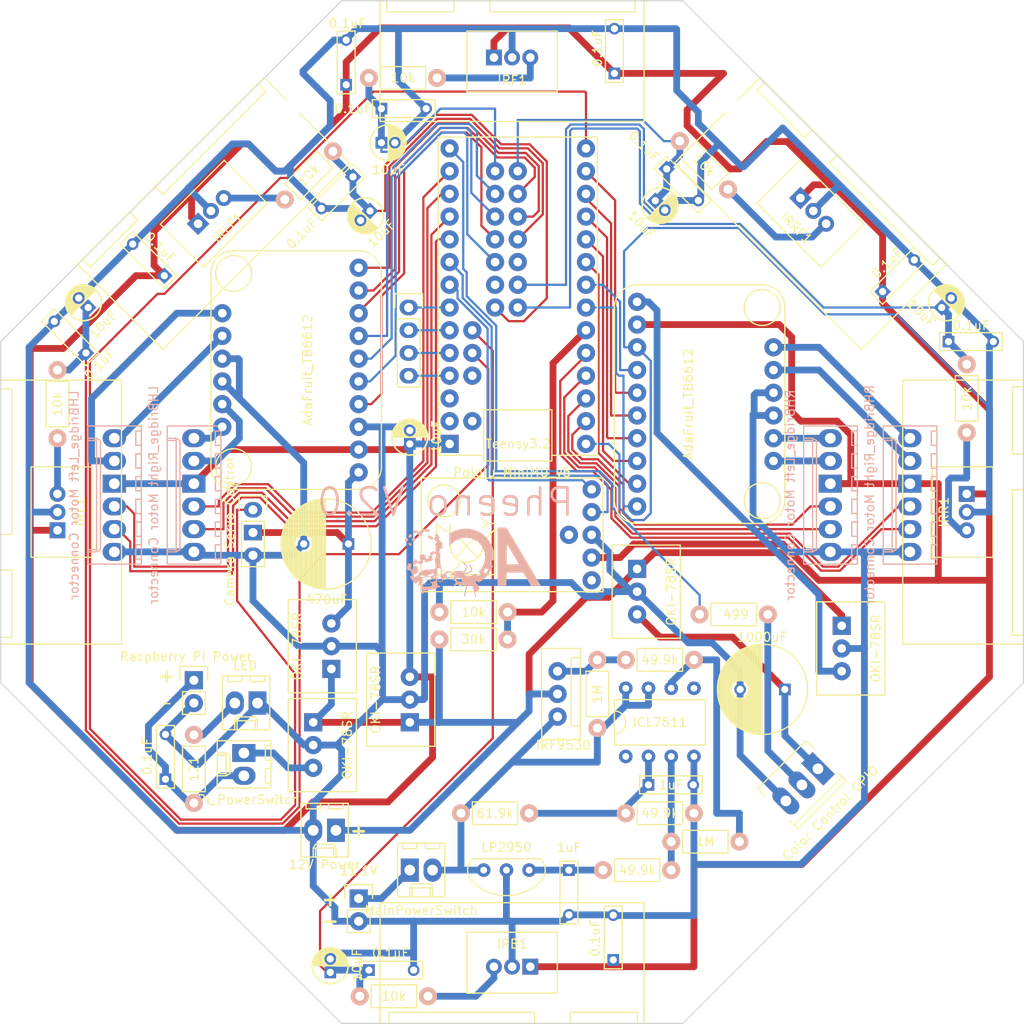
<source format=kicad_pcb>
(kicad_pcb (version 4) (host pcbnew 4.0.4-stable)
  (layers (0 F.Cu signal) (31 B.Cu signal) (34 B.Paste user hide) (35 F.Paste user hide) (36 B.SilkS user) (37 F.SilkS user) (38 B.Mask user hide) (39 F.Mask user hide) (44 Edge.Cuts user))
  (net 0 "")
  (net 1 GND)
  (net 2 "Net-(BT1-Pad1)")
  (net 3 "Net-(C1-Pad1)")
  (net 4 "Net-(C2-Pad1)")
  (net 5 "Net-(C3-Pad1)")
  (net 6 "Net-(IMU1-Pad1)")
  (net 7 "/Pheeno IMU/IMU_SDA")
  (net 8 "/Pheeno IMU/IMU_SCL")
  (net 9 "Net-(IMU1-Pad6)")
  (net 10 "Net-(IRB1-Pad1)")
  (net 11 "Net-(IRF1-Pad1)")
  (net 12 "Net-(IRL1-Pad1)")
  (net 13 "Net-(IRLF1-Pad1)")
  (net 14 "Net-(IRR1-Pad1)")
  (net 15 "Net-(IRRF1-Pad1)")
  (net 16 /PheenoLEDCircuit/Input5V)
  (net 17 "Net-(MD1-Pad11)")
  (net 18 "Net-(MD1-Pad12)")
  (net 19 "Net-(OA1-Pad7)")
  (net 20 "Net-(OA1-Pad6)")
  (net 21 "Net-(OA1-Pad5)")
  (net 22 "Net-(OA1-Pad1)")
  (net 23 "Net-(OA1-Pad3)")
  (net 24 "Net-(P3-Pad2)")
  (net 25 "Net-(Q1-Pad1)")
  (net 26 /PheenoArduinoCircuit/RHBridge_MotorL_PWM)
  (net 27 /PheenoArduinoCircuit/RHBridge_MotorL_IN2)
  (net 28 /PheenoArduinoCircuit/RHBridge_MotorL_IN1)
  (net 29 /PheenoArduinoCircuit/RHBridge_STBY)
  (net 30 /PheenoArduinoCircuit/RHBridge_MotorR_IN2)
  (net 31 /PheenoArduinoCircuit/RHBridge_MotorR_PWM)
  (net 32 /PheenoMotorBoardCircuit/RHBridge_Input5V_MotorPower)
  (net 33 "Net-(MD1-Pad15)")
  (net 34 "Net-(MD1-Pad16)")
  (net 35 "Net-(P1-Pad1)")
  (net 36 /PheenoArduinoCircuit/CameraControlInput)
  (net 37 /PheenoArduinoCircuit/RHBridge_EncoderR_NoInterrupt)
  (net 38 /PheenoArduinoCircuit/RHBridge_EncoderR_Interrupt)
  (net 39 /PheenoArduinoCircuit/RHBridge_EncoderL_NoInterrupt)
  (net 40 /PheenoArduinoCircuit/RHBridge_EncoderL_Interrupt)
  (net 41 /PheenoLowVoltageCutoff/BatteryVoltageLevel_3.3V)
  (net 42 /PheenoLEDCircuit/LEDControlInput_TeensyPin13)
  (net 43 "Net-(SW2-Pad1)")
  (net 44 "Net-(U6-Pad26)")
  (net 45 "Net-(U6-Pad29)")
  (net 46 "Net-(U6-Pad36)")
  (net 47 "Net-(U6-Pad35)")
  (net 48 /PheenoArduinoCircuit/IRB_Input)
  (net 49 /PheenoArduinoCircuit/IRL_Input)
  (net 50 /PheenoArduinoCircuit/IRLF_Input)
  (net 51 /PheenoArduinoCircuit/IRF_Input)
  (net 52 /PheenoArduinoCircuit/IRRF_Input)
  (net 53 /PheenoArduinoCircuit/IRR_Input)
  (net 54 "Net-(U6-Pad51)")
  (net 55 /PheenoArduinoCircuit/5VCameraServo)
  (net 56 /PheenoLowVoltageCutoff/IMUCircuit5V)
  (net 57 "Net-(MD2-Pad11)")
  (net 58 "Net-(MD2-Pad12)")
  (net 59 "Net-(MD2-Pad15)")
  (net 60 "Net-(MD2-Pad16)")
  (net 61 /PheenoArduinoCircuit/LHBridge_MotorL_IN1)
  (net 62 /PheenoArduinoCircuit/LHBridge_MotorL_PWM)
  (net 63 /PheenoArduinoCircuit/LHBridge_MotorL_IN2)
  (net 64 /PheenoArduinoCircuit/LHBridge_MotorR_IN2)
  (net 65 /PheenoArduinoCircuit/LHBridge_MotorR_PWM)
  (net 66 /PheenoArduinoCircuit/LHBridge_MotorR_IN1)
  (net 67 /PheenoArduinoCircuit/LHBridge_STBY)
  (net 68 /PheenoArduinoCircuit/RHBridge_MotorR_IN1)
  (net 69 /PheenoArduinoCircuit/LHBridge_EncoderL_Interrupt)
  (net 70 /PheenoArduinoCircuit/LHBridge_EncoderL_NoInterrupt)
  (net 71 /PheenoArduinoCircuit/LHBridge_EncoderR_Interrupt)
  (net 72 /PheenoArduinoCircuit/LHBridge_EncoderR_NoInterrupt)
  (net 73 "Net-(P9-Pad4)")
  (net 74 "Net-(P9-Pad3)")
  (net 75 "Net-(P9-Pad2)")
  (net 76 "Net-(P9-Pad1)")
  (net 77 "Net-(D1-Pad2)")
  (net 78 "Net-(U6-Pad27)")
  (module Pin_Headers:Pin_Header_Straight_1x04 (layer F.Cu) (at 140.843 78.74)
    (fp_text reference P9 hide)
    (fp_text value "GPIO JUMPER" hide)
    (pad 1 thru_hole oval (at 0 0) (size 2.032 1.7272) (drill 1.016) (layers *.Cu *.Mask) (net 76 "Net-(P9-Pad1)"))
    (pad 2 thru_hole oval (at 0 2.54) (size 2.032 1.7272) (drill 1.016) (layers *.Cu *.Mask) (net 75 "Net-(P9-Pad2)"))
    (pad 3 thru_hole oval (at 0 5.08) (size 2.032 1.7272) (drill 1.016) (layers *.Cu *.Mask) (net 74 "Net-(P9-Pad3)"))
    (pad 4 thru_hole oval (at 0 7.62) (size 2.032 1.7272) (drill 1.016) (layers *.Cu *.Mask) (net 73 "Net-(P9-Pad4)"))
  )
  (module PheenoFootprintsV2:GP2Y0A41SK0F (layer F.Cu) (at 118.745 67.945 45)
    (fp_text reference IRLF1 (at 0 2.694077 45) (layer F.SilkS))
    (fp_text value GP2Y0A41SK0F hide)
    (pad 3 thru_hole rect (at -2.032 0 45) (size 1.778 1.778) (drill 0.9652) (layers *.Cu *.Mask) (net 56 /PheenoLowVoltageCutoff/IMUCircuit5V))
    (pad 2 thru_hole circle (at 0 0 45) (size 1.778 1.778) (drill 0.9652) (layers *.Cu *.Mask) (net 1 GND))
    (pad 1 thru_hole circle (at 2.032 0 45) (size 1.778 1.778) (drill 0.9652) (layers *.Cu *.Mask) (net 13 "Net-(IRLF1-Pad1)"))
  )
  (module PheenoFootprintsV2:GP2Y0A41SK0F (layer F.Cu) (at 203.2 101.6 270)
    (fp_text reference IRR1 (at 0 2.54 270) (layer F.SilkS))
    (fp_text value GP2Y0A41SK0F hide)
    (pad 3 thru_hole rect (at -2.032 0 270) (size 1.778 1.778) (drill 0.9652) (layers *.Cu *.Mask) (net 56 /PheenoLowVoltageCutoff/IMUCircuit5V))
    (pad 2 thru_hole circle (at 0 0 270) (size 1.778 1.778) (drill 0.9652) (layers *.Cu *.Mask) (net 1 GND))
    (pad 1 thru_hole circle (at 2.032 0 270) (size 1.778 1.778) (drill 0.9652) (layers *.Cu *.Mask) (net 14 "Net-(IRR1-Pad1)"))
  )
  (module Capacitors_ThroughHole:C_Rect_L7_W2_P5 (layer F.Cu) (at 201.168 82.55)
    (fp_text reference C17 hide)
    (fp_text value 0.1uF (at 2.514472 -1.796051) (layer F.SilkS))
    (pad 1 thru_hole rect (at 0 0) (size 1.3 1.3) (drill 0.8) (layers *.Cu *.Mask) (net 53 /PheenoArduinoCircuit/IRR_Input))
    (pad 2 thru_hole circle (at 5 0) (size 1.3 1.3) (drill 0.8) (layers *.Cu *.Mask) (net 1 GND))
  )
  (module Capacitors_ThroughHole:C_Rect_L7_W2_P5 (layer F.Cu) (at 169.672 63.246 315)
    (fp_text reference C16 hide)
    (fp_text value 0.1uF (at -3.592102 0 315) (layer F.SilkS))
    (pad 1 thru_hole rect (at 0 0 315) (size 1.3 1.3) (drill 0.8) (layers *.Cu *.Mask) (net 52 /PheenoArduinoCircuit/IRRF_Input))
    (pad 2 thru_hole circle (at 5 0 315) (size 1.3 1.3) (drill 0.8) (layers *.Cu *.Mask) (net 1 GND))
  )
  (module Capacitors_ThroughHole:C_Rect_L7_W2_P5 (layer F.Cu) (at 137.795 56.515)
    (fp_text reference C15 hide)
    (fp_text value 0.1uF (at -3.175 0) (layer F.SilkS))
    (pad 1 thru_hole rect (at 0 0) (size 1.3 1.3) (drill 0.8) (layers *.Cu *.Mask) (net 51 /PheenoArduinoCircuit/IRF_Input))
    (pad 2 thru_hole circle (at 5 0) (size 1.3 1.3) (drill 0.8) (layers *.Cu *.Mask) (net 1 GND))
  )
  (module Capacitors_ThroughHole:C_Rect_L7_W2_P5 (layer F.Cu) (at 134.62 64.135 225)
    (fp_text reference C14 hide)
    (fp_text value 0.1uF (at 8.531243 -0.449013 225) (layer F.SilkS))
    (pad 1 thru_hole rect (at 0 0 225) (size 1.3 1.3) (drill 0.8) (layers *.Cu *.Mask) (net 50 /PheenoArduinoCircuit/IRLF_Input))
    (pad 2 thru_hole circle (at 5 0 225) (size 1.3 1.3) (drill 0.8) (layers *.Cu *.Mask) (net 1 GND))
  )
  (module Capacitors_ThroughHole:C_Rect_L7_W2_P5 (layer F.Cu) (at 104.775 83.82 135)
    (fp_text reference C13 hide)
    (fp_text value 0.1uF (at -1.975656 0.179605 225) (layer F.SilkS))
    (pad 1 thru_hole rect (at 0 0 135) (size 1.3 1.3) (drill 0.8) (layers *.Cu *.Mask) (net 49 /PheenoArduinoCircuit/IRL_Input))
    (pad 2 thru_hole circle (at 5 0 135) (size 1.3 1.3) (drill 0.8) (layers *.Cu *.Mask) (net 1 GND))
  )
  (module Capacitors_ThroughHole:C_Rect_L7_W2_P5 (layer F.Cu) (at 136.398 152.781)
    (fp_text reference C12 hide)
    (fp_text value 0.1uF (at 2.413 -1.905) (layer F.SilkS))
    (pad 1 thru_hole rect (at 0 0) (size 1.3 1.3) (drill 0.8) (layers *.Cu *.Mask) (net 48 /PheenoArduinoCircuit/IRB_Input))
    (pad 2 thru_hole circle (at 5 0) (size 1.3 1.3) (drill 0.8) (layers *.Cu *.Mask) (net 1 GND))
  )
  (module Capacitors_ThroughHole:C_Rect_L7_W2_P5 (layer F.Cu) (at 193.802 76.962 45)
    (fp_text reference C11 hide)
    (fp_text value 0.1uF (at 2.604274 -1.885854 45) (layer F.SilkS))
    (pad 1 thru_hole rect (at 0 0 45) (size 1.3 1.3) (drill 0.8) (layers *.Cu *.Mask) (net 56 /PheenoLowVoltageCutoff/IMUCircuit5V))
    (pad 2 thru_hole circle (at 5 0 45) (size 1.3 1.3) (drill 0.8) (layers *.Cu *.Mask) (net 1 GND))
  )
  (module Capacitors_ThroughHole:C_Rect_L7_W2_P5 (layer F.Cu) (at 163.83 52.578 90)
    (fp_text reference C10 hide)
    (fp_text value 0.1uF (at 2.794 -1.905 90) (layer F.SilkS))
    (pad 1 thru_hole rect (at 0 0 90) (size 1.3 1.3) (drill 0.8) (layers *.Cu *.Mask) (net 56 /PheenoLowVoltageCutoff/IMUCircuit5V))
    (pad 2 thru_hole circle (at 5 0 90) (size 1.3 1.3) (drill 0.8) (layers *.Cu *.Mask) (net 1 GND))
  )
  (module Capacitors_ThroughHole:C_Rect_L7_W2_P5 (layer F.Cu) (at 133.858 53.848 90)
    (fp_text reference C9 hide)
    (fp_text value 0.1uF (at 6.858 0.127 180) (layer F.SilkS))
    (pad 1 thru_hole rect (at 0 0 90) (size 1.3 1.3) (drill 0.8) (layers *.Cu *.Mask) (net 56 /PheenoLowVoltageCutoff/IMUCircuit5V))
    (pad 2 thru_hole circle (at 5 0 90) (size 1.3 1.3) (drill 0.8) (layers *.Cu *.Mask) (net 1 GND))
  )
  (module Capacitors_ThroughHole:C_Rect_L7_W2_P5 (layer F.Cu) (at 113.538 75.184 135)
    (fp_text reference C8 hide)
    (fp_text value 0.1uF (at 2.54 1.905 135) (layer F.SilkS))
    (pad 1 thru_hole rect (at 0 0 135) (size 1.3 1.3) (drill 0.8) (layers *.Cu *.Mask) (net 56 /PheenoLowVoltageCutoff/IMUCircuit5V))
    (pad 2 thru_hole circle (at 5 0 135) (size 1.3 1.3) (drill 0.8) (layers *.Cu *.Mask) (net 1 GND))
  )
  (module Capacitors_ThroughHole:C_Rect_L7_W2_P5 (layer F.Cu) (at 163.703 151.638 90)
    (fp_text reference C7 hide)
    (fp_text value 0.1uF (at 2.413 -2.032 90) (layer F.SilkS))
    (pad 1 thru_hole rect (at 0 0 90) (size 1.3 1.3) (drill 0.8) (layers *.Cu *.Mask) (net 56 /PheenoLowVoltageCutoff/IMUCircuit5V))
    (pad 2 thru_hole circle (at 5 0 90) (size 1.3 1.3) (drill 0.8) (layers *.Cu *.Mask) (net 1 GND))
  )
  (module Capacitors_ThroughHole:C_Rect_L7_W2_P5 (layer F.Cu) (at 113.665 131.445 90)
    (fp_text reference C3 hide)
    (fp_text value 0.1uF (at 2.54 -2.032 90) (layer F.SilkS))
    (pad 1 thru_hole rect (at 0 0 90) (size 1.3 1.3) (drill 0.8) (layers *.Cu *.Mask) (net 5 "Net-(C3-Pad1)"))
    (pad 2 thru_hole circle (at 5 0 90) (size 1.3 1.3) (drill 0.8) (layers *.Cu *.Mask) (net 1 GND))
  )
  (module Capacitors_ThroughHole:C_Rect_L7_W2_P5 (layer F.Cu) (at 167.64 132.08)
    (fp_text reference C2 hide)
    (fp_text value 1uF (at 2.54 0) (layer F.SilkS))
    (pad 1 thru_hole rect (at 0 0) (size 1.3 1.3) (drill 0.8) (layers *.Cu *.Mask) (net 4 "Net-(C2-Pad1)"))
    (pad 2 thru_hole circle (at 5 0) (size 1.3 1.3) (drill 0.8) (layers *.Cu *.Mask) (net 1 GND))
  )
  (module Capacitors_ThroughHole:C_Rect_L7_W2_P5 (layer F.Cu) (at 158.75 141.605 270)
    (fp_text reference C1 hide)
    (fp_text value 1uF (at -2.54 0 540) (layer F.SilkS))
    (pad 1 thru_hole rect (at 0 0 270) (size 1.3 1.3) (drill 0.8) (layers *.Cu *.Mask) (net 3 "Net-(C1-Pad1)"))
    (pad 2 thru_hole circle (at 5 0 270) (size 1.3 1.3) (drill 0.8) (layers *.Cu *.Mask) (net 1 GND))
  )
  (module Capacitors_ThroughHole:C_Radial_D10_L25_P5 (layer F.Cu) (at 182.88 121.412 180)
    (fp_text reference C4 hide)
    (fp_text value 1000uF (at 2.54 5.842 180) (layer F.SilkS))
    (pad 1 thru_hole rect (at 0 0 180) (size 1.3 1.3) (drill 0.8) (layers *.Cu *.Mask) (net 16 /PheenoLEDCircuit/Input5V))
    (pad 2 thru_hole circle (at 5 0 180) (size 1.3 1.3) (drill 0.8) (layers *.Cu *.Mask) (net 1 GND))
  )
  (module Pin_Headers:Pin_Header_Straight_1x02 (layer F.Cu) (at 116.84 120.396)
    (fp_text reference P2 hide)
    (fp_text value "Raspberry Pi Power" (at -0.889 -2.667 180) (layer F.SilkS))
    (pad 1 thru_hole rect (at 0 0) (size 2.032 2.032) (drill 1.016) (layers *.Cu *.Mask) (net 5 "Net-(C3-Pad1)"))
    (pad 2 thru_hole oval (at 0 2.54) (size 2.032 2.032) (drill 1.016) (layers *.Cu *.Mask) (net 1 GND))
  )
  (module Resistors_ThroughHole:Resistor_Horizontal_RM7mm (layer F.Cu) (at 146.685 135.255)
    (fp_text reference R1 hide)
    (fp_text value 61.9k (at 3.81 0) (layer F.SilkS))
    (pad 1 thru_hole circle (at 0 0) (size 1.99898 1.99898) (drill 1.00076) (layers *.Cu *.SilkS *.Mask) (net 19 "Net-(OA1-Pad7)"))
    (pad 2 thru_hole circle (at 7.62 0) (size 1.99898 1.99898) (drill 1.00076) (layers *.Cu *.SilkS *.Mask) (net 4 "Net-(C2-Pad1)"))
  )
  (module Resistors_ThroughHole:Resistor_Horizontal_RM7mm (layer F.Cu) (at 165.1 135.255)
    (fp_text reference R2 hide)
    (fp_text value 49.9k (at 3.81 0) (layer F.SilkS))
    (pad 1 thru_hole circle (at 0 0) (size 1.99898 1.99898) (drill 1.00076) (layers *.Cu *.SilkS *.Mask) (net 4 "Net-(C2-Pad1)"))
    (pad 2 thru_hole circle (at 7.62 0) (size 1.99898 1.99898) (drill 1.00076) (layers *.Cu *.SilkS *.Mask) (net 1 GND))
  )
  (module Resistors_ThroughHole:Resistor_Horizontal_RM7mm (layer F.Cu) (at 170.18 141.605 180)
    (fp_text reference R3 hide)
    (fp_text value 49.9k (at 3.81 0 180) (layer F.SilkS))
    (pad 1 thru_hole circle (at 0 0 180) (size 1.99898 1.99898) (drill 1.00076) (layers *.Cu *.SilkS *.Mask) (net 23 "Net-(OA1-Pad3)"))
    (pad 2 thru_hole circle (at 7.62 0 180) (size 1.99898 1.99898) (drill 1.00076) (layers *.Cu *.SilkS *.Mask) (net 3 "Net-(C1-Pad1)"))
  )
  (module Resistors_ThroughHole:Resistor_Horizontal_RM7mm (layer F.Cu) (at 177.8 138.43 180)
    (fp_text reference R4 hide)
    (fp_text value 1M (at 3.81 0 180) (layer F.SilkS))
    (pad 1 thru_hole circle (at 0 0 180) (size 1.99898 1.99898) (drill 1.00076) (layers *.Cu *.SilkS *.Mask) (net 20 "Net-(OA1-Pad6)"))
    (pad 2 thru_hole circle (at 7.62 0 180) (size 1.99898 1.99898) (drill 1.00076) (layers *.Cu *.SilkS *.Mask) (net 23 "Net-(OA1-Pad3)"))
  )
  (module Resistors_ThroughHole:Resistor_Horizontal_RM7mm (layer F.Cu) (at 165.1 118.11)
    (fp_text reference R5 hide)
    (fp_text value 49.9k (at 3.81 0) (layer F.SilkS))
    (pad 1 thru_hole circle (at 0 0) (size 1.99898 1.99898) (drill 1.00076) (layers *.Cu *.SilkS *.Mask) (net 25 "Net-(Q1-Pad1)"))
    (pad 2 thru_hole circle (at 7.62 0) (size 1.99898 1.99898) (drill 1.00076) (layers *.Cu *.SilkS *.Mask) (net 20 "Net-(OA1-Pad6)"))
  )
  (module Resistors_ThroughHole:Resistor_Horizontal_RM7mm (layer F.Cu) (at 161.925 125.73 90)
    (fp_text reference R6 hide)
    (fp_text value 1M (at 3.81 0 90) (layer F.SilkS))
    (pad 1 thru_hole circle (at 0 0 90) (size 1.99898 1.99898) (drill 1.00076) (layers *.Cu *.SilkS *.Mask) (net 19 "Net-(OA1-Pad7)"))
    (pad 2 thru_hole circle (at 7.62 0 90) (size 1.99898 1.99898) (drill 1.00076) (layers *.Cu *.SilkS *.Mask) (net 25 "Net-(Q1-Pad1)"))
  )
  (module Resistors_ThroughHole:Resistor_Horizontal_RM7mm (layer F.Cu) (at 151.892 115.824 180)
    (fp_text reference R8 hide)
    (fp_text value 30k (at 3.81 0 180) (layer F.SilkS))
    (pad 1 thru_hole circle (at 0 0 180) (size 1.99898 1.99898) (drill 1.00076) (layers *.Cu *.SilkS *.Mask) (net 41 /PheenoLowVoltageCutoff/BatteryVoltageLevel_3.3V))
    (pad 2 thru_hole circle (at 7.62 0 180) (size 1.99898 1.99898) (drill 1.00076) (layers *.Cu *.SilkS *.Mask) (net 35 "Net-(P1-Pad1)"))
  )
  (module Resistors_ThroughHole:Resistor_Horizontal_RM7mm (layer F.Cu) (at 144.272 112.776)
    (fp_text reference R9 hide)
    (fp_text value 10k (at 3.81 0) (layer F.SilkS))
    (pad 1 thru_hole circle (at 0 0) (size 1.99898 1.99898) (drill 1.00076) (layers *.Cu *.SilkS *.Mask) (net 1 GND))
    (pad 2 thru_hole circle (at 7.62 0) (size 1.99898 1.99898) (drill 1.00076) (layers *.Cu *.SilkS *.Mask) (net 41 /PheenoLowVoltageCutoff/BatteryVoltageLevel_3.3V))
  )
  (module Resistors_ThroughHole:Resistor_Horizontal_RM7mm (layer F.Cu) (at 180.975 113.03 180)
    (fp_text reference R10 hide)
    (fp_text value 499 (at 3.556 0 180) (layer F.SilkS))
    (pad 1 thru_hole circle (at 0 0 180) (size 1.99898 1.99898) (drill 1.00076) (layers *.Cu *.SilkS *.Mask) (net 24 "Net-(P3-Pad2)"))
    (pad 2 thru_hole circle (at 7.62 0 180) (size 1.99898 1.99898) (drill 1.00076) (layers *.Cu *.SilkS *.Mask) (net 42 /PheenoLEDCircuit/LEDControlInput_TeensyPin13))
  )
  (module Resistors_ThroughHole:Resistor_Horizontal_RM7mm (layer F.Cu) (at 143.002 155.702 180)
    (fp_text reference R14 hide)
    (fp_text value 10k (at 3.81 0 180) (layer F.SilkS))
    (pad 1 thru_hole circle (at 0 0 180) (size 1.99898 1.99898) (drill 1.00076) (layers *.Cu *.SilkS *.Mask) (net 10 "Net-(IRB1-Pad1)"))
    (pad 2 thru_hole circle (at 7.62 0 180) (size 1.99898 1.99898) (drill 1.00076) (layers *.Cu *.SilkS *.Mask) (net 48 /PheenoArduinoCircuit/IRB_Input))
  )
  (module Resistors_ThroughHole:Resistor_Horizontal_RM7mm (layer F.Cu) (at 101.6 93.345 90)
    (fp_text reference R15 hide)
    (fp_text value 10k (at 3.81 0 90) (layer F.SilkS))
    (pad 1 thru_hole circle (at 0 0 90) (size 1.99898 1.99898) (drill 1.00076) (layers *.Cu *.SilkS *.Mask) (net 12 "Net-(IRL1-Pad1)"))
    (pad 2 thru_hole circle (at 7.62 0 90) (size 1.99898 1.99898) (drill 1.00076) (layers *.Cu *.SilkS *.Mask) (net 49 /PheenoArduinoCircuit/IRL_Input))
  )
  (module Resistors_ThroughHole:Resistor_Horizontal_RM7mm (layer F.Cu) (at 127 66.675 45)
    (fp_text reference R16 hide)
    (fp_text value 10k (at 3.81 0 45) (layer F.SilkS))
    (pad 1 thru_hole circle (at 0 0 45) (size 1.99898 1.99898) (drill 1.00076) (layers *.Cu *.SilkS *.Mask) (net 13 "Net-(IRLF1-Pad1)"))
    (pad 2 thru_hole circle (at 7.62 0 45) (size 1.99898 1.99898) (drill 1.00076) (layers *.Cu *.SilkS *.Mask) (net 50 /PheenoArduinoCircuit/IRLF_Input))
  )
  (module Resistors_ThroughHole:Resistor_Horizontal_RM7mm (layer F.Cu) (at 144.018 53.086 180)
    (fp_text reference R17 hide)
    (fp_text value 10k (at 3.81 0 180) (layer F.SilkS))
    (pad 1 thru_hole circle (at 0 0 180) (size 1.99898 1.99898) (drill 1.00076) (layers *.Cu *.SilkS *.Mask) (net 11 "Net-(IRF1-Pad1)"))
    (pad 2 thru_hole circle (at 7.62 0 180) (size 1.99898 1.99898) (drill 1.00076) (layers *.Cu *.SilkS *.Mask) (net 51 /PheenoArduinoCircuit/IRF_Input))
  )
  (module Resistors_ThroughHole:Resistor_Horizontal_RM7mm (layer F.Cu) (at 176.53 65.532 135)
    (fp_text reference R18 hide)
    (fp_text value 10k (at 3.81 0 135) (layer F.SilkS))
    (pad 1 thru_hole circle (at 0 0 135) (size 1.99898 1.99898) (drill 1.00076) (layers *.Cu *.SilkS *.Mask) (net 15 "Net-(IRRF1-Pad1)"))
    (pad 2 thru_hole circle (at 7.62 0 135) (size 1.99898 1.99898) (drill 1.00076) (layers *.Cu *.SilkS *.Mask) (net 52 /PheenoArduinoCircuit/IRRF_Input))
  )
  (module Resistors_ThroughHole:Resistor_Horizontal_RM7mm (layer F.Cu) (at 203.2 92.71 90)
    (fp_text reference R19 hide)
    (fp_text value 10k (at 3.81 0 90) (layer F.SilkS))
    (pad 1 thru_hole circle (at 0 0 90) (size 1.99898 1.99898) (drill 1.00076) (layers *.Cu *.SilkS *.Mask) (net 14 "Net-(IRR1-Pad1)"))
    (pad 2 thru_hole circle (at 7.62 0 90) (size 1.99898 1.99898) (drill 1.00076) (layers *.Cu *.SilkS *.Mask) (net 53 /PheenoArduinoCircuit/IRR_Input))
  )
  (module PheenoFootprints:Molex_KK-6410-02_02x2.54mm_Straight (layer F.Cu) (at 130.175 137.16)
    (fp_text reference P1 hide)
    (fp_text value "12V Power" (at 1.27 3.81 180) (layer F.SilkS))
    (pad 2 thru_hole oval (at 0 0) (size 2 2.6) (drill 1.2) (layers *.Cu *.Mask) (net 1 GND))
    (pad 1 thru_hole rect (at 2.54 0) (size 2 2.6) (drill 1.2) (layers *.Cu *.Mask) (net 35 "Net-(P1-Pad1)"))
  )
  (module Pin_Headers:Pin_Header_Straight_1x02 (layer F.Cu) (at 135.255 144.78)
    (fp_text reference BT1 hide)
    (fp_text value 11.1V (at 0 -3.1) (layer F.SilkS))
    (pad 1 thru_hole rect (at 0 0) (size 2.032 2.032) (drill 1.016) (layers *.Cu *.Mask) (net 2 "Net-(BT1-Pad1)"))
    (pad 2 thru_hole oval (at 0 2.54) (size 2.032 2.032) (drill 1.016) (layers *.Cu *.Mask) (net 1 GND))
  )
  (module Capacitors_ThroughHole:C_Radial_D10_L16_P5 (layer F.Cu) (at 134.112 105.156 180)
    (fp_text reference C5 hide)
    (fp_text value 470uF (at 2.424669 -6.196377 360) (layer F.SilkS))
    (pad 1 thru_hole rect (at 0 0 180) (size 1.3 1.3) (drill 0.8) (layers *.Cu *.Mask) (net 55 /PheenoArduinoCircuit/5VCameraServo))
    (pad 2 thru_hole circle (at 5 0 180) (size 1.3 1.3) (drill 0.8) (layers *.Cu *.Mask) (net 1 GND))
  )
  (module PheenoFootprintsV2:Molex_KK-6410-02_02x2.54mm_Straight (layer F.Cu) (at 121.412 122.936)
    (fp_text reference D1 hide)
    (fp_text value LED (at 1.143 -4.191) (layer F.SilkS))
    (pad 2 thru_hole oval (at 0 0) (size 2 2.6) (drill 1.2) (layers *.Cu *.Mask) (net 77 "Net-(D1-Pad2)"))
    (pad 1 thru_hole rect (at 2.54 0) (size 2 2.6) (drill 1.2) (layers *.Cu *.Mask) (net 1 GND))
  )
  (module PheenoFootprintsV2:Pololu_MiniIMU_v5 (layer F.Cu) (at 162.56 110.49 90)
    (fp_text reference IMU1 hide)
    (fp_text value Pololu_MinIMU_v5 (at 13.335 -10.16 180) (layer F.SilkS))
    (fp_text user Z (at 6.985 -17.78 90) (layer F.SilkS))
    (fp_text user Y (at 7.62 -12.7 270) (layer F.SilkS))
    (fp_text user X (at 1.905 -18.415 90) (layer F.SilkS))
    (pad 1 thru_hole circle (at 1.27 -1.27 90) (size 2.032 2.032) (drill 0.9652) (layers *.Cu *.Mask) (net 6 "Net-(IMU1-Pad1)"))
    (pad 2 thru_hole circle (at 3.81 -1.27 90) (size 2.032 2.032) (drill 0.9652) (layers *.Cu *.Mask) (net 56 /PheenoLowVoltageCutoff/IMUCircuit5V))
    (pad 3 thru_hole circle (at 6.35 -1.27 90) (size 2.032 2.032) (drill 0.9652) (layers *.Cu *.Mask) (net 1 GND))
    (pad 4 thru_hole circle (at 8.89 -1.27 90) (size 2.032 2.032) (drill 0.9652) (layers *.Cu *.Mask) (net 7 "/Pheeno IMU/IMU_SDA"))
    (pad 5 thru_hole circle (at 11.43 -1.27 90) (size 2.032 2.032) (drill 0.9652) (layers *.Cu *.Mask) (net 8 "/Pheeno IMU/IMU_SCL"))
    (pad 6 thru_hole circle (at 6.35 -3.81 90) (size 2.032 2.032) (drill 0.9652) (layers *.Cu *.Mask) (net 9 "Net-(IMU1-Pad6)"))
  )
  (module PheenoFootprintsV2:GP2Y0A41SK0F (layer F.Cu) (at 152.4 152.4 180)
    (fp_text reference IRB1 (at 0 2.54 180) (layer F.SilkS))
    (fp_text value GP2Y0A41SK0F hide)
    (pad 3 thru_hole rect (at -2.032 0 180) (size 1.778 1.778) (drill 0.9652) (layers *.Cu *.Mask) (net 56 /PheenoLowVoltageCutoff/IMUCircuit5V))
    (pad 2 thru_hole circle (at 0 0 180) (size 1.778 1.778) (drill 0.9652) (layers *.Cu *.Mask) (net 1 GND))
    (pad 1 thru_hole circle (at 2.032 0 180) (size 1.778 1.778) (drill 0.9652) (layers *.Cu *.Mask) (net 10 "Net-(IRB1-Pad1)"))
  )
  (module PheenoFootprintsV2:GP2Y0A41SK0F (layer F.Cu) (at 152.4 50.8)
    (fp_text reference IRF1 (at 0 2.54) (layer F.SilkS))
    (fp_text value GP2Y0A41SK0F hide)
    (pad 3 thru_hole rect (at -2.032 0) (size 1.778 1.778) (drill 0.9652) (layers *.Cu *.Mask) (net 56 /PheenoLowVoltageCutoff/IMUCircuit5V))
    (pad 2 thru_hole circle (at 0 0) (size 1.778 1.778) (drill 0.9652) (layers *.Cu *.Mask) (net 1 GND))
    (pad 1 thru_hole circle (at 2.032 0) (size 1.778 1.778) (drill 0.9652) (layers *.Cu *.Mask) (net 11 "Net-(IRF1-Pad1)"))
  )
  (module PheenoFootprintsV2:GP2Y0A41SK0F (layer F.Cu) (at 101.6 101.6 90)
    (fp_text reference IRL1 (at 0 2.54 90) (layer F.SilkS))
    (fp_text value GP2Y0A41SK0F hide)
    (pad 3 thru_hole rect (at -2.032 0 90) (size 1.778 1.778) (drill 0.9652) (layers *.Cu *.Mask) (net 56 /PheenoLowVoltageCutoff/IMUCircuit5V))
    (pad 2 thru_hole circle (at 0 0 90) (size 1.778 1.778) (drill 0.9652) (layers *.Cu *.Mask) (net 1 GND))
    (pad 1 thru_hole circle (at 2.032 0 90) (size 1.778 1.778) (drill 0.9652) (layers *.Cu *.Mask) (net 12 "Net-(IRL1-Pad1)"))
  )
  (module PheenoFootprintsV2:GP2Y0A41SK0F (layer F.Cu) (at 186.055 67.945 315)
    (fp_text reference IRRF1 (at 0 2.694077 315) (layer F.SilkS))
    (fp_text value GP2Y0A41SK0F hide)
    (pad 3 thru_hole rect (at -2.032 0 315) (size 1.778 1.778) (drill 0.9652) (layers *.Cu *.Mask) (net 56 /PheenoLowVoltageCutoff/IMUCircuit5V))
    (pad 2 thru_hole circle (at 0 0 315) (size 1.778 1.778) (drill 0.9652) (layers *.Cu *.Mask) (net 1 GND))
    (pad 1 thru_hole circle (at 2.032 0 315) (size 1.778 1.778) (drill 0.9652) (layers *.Cu *.Mask) (net 15 "Net-(IRRF1-Pad1)"))
  )
  (module PheenoFootprintsV2:AdaFruit_TB6612 (layer F.Cu) (at 163.83 102.87)
    (fp_text reference MD1 hide)
    (fp_text value AdaFruit_TB6612 (at 8.255 -13.335 90) (layer F.SilkS))
    (pad 1 thru_hole circle (at 2.54 -1.905) (size 2.032 2.032) (drill 0.9652) (layers *.Cu *.Mask) (net 26 /PheenoArduinoCircuit/RHBridge_MotorL_PWM))
    (pad 2 thru_hole circle (at 2.54 -4.445) (size 2.032 2.032) (drill 0.9652) (layers *.Cu *.Mask) (net 27 /PheenoArduinoCircuit/RHBridge_MotorL_IN2))
    (pad 3 thru_hole circle (at 2.54 -6.985) (size 2.032 2.032) (drill 0.9652) (layers *.Cu *.Mask) (net 28 /PheenoArduinoCircuit/RHBridge_MotorL_IN1))
    (pad 4 thru_hole circle (at 2.54 -9.525) (size 2.032 2.032) (drill 0.9652) (layers *.Cu *.Mask) (net 29 /PheenoArduinoCircuit/RHBridge_STBY))
    (pad 5 thru_hole circle (at 2.54 -12.065) (size 2.032 2.032) (drill 0.9652) (layers *.Cu *.Mask) (net 68 /PheenoArduinoCircuit/RHBridge_MotorR_IN1))
    (pad 6 thru_hole circle (at 2.54 -14.605) (size 2.032 2.032) (drill 0.9652) (layers *.Cu *.Mask) (net 30 /PheenoArduinoCircuit/RHBridge_MotorR_IN2))
    (pad 7 thru_hole circle (at 2.54 -17.145) (size 2.032 2.032) (drill 0.9652) (layers *.Cu *.Mask) (net 31 /PheenoArduinoCircuit/RHBridge_MotorR_PWM))
    (pad 8 thru_hole circle (at 2.54 -19.685) (size 2.032 2.032) (drill 0.9652) (layers *.Cu *.Mask) (net 1 GND))
    (pad 9 thru_hole circle (at 2.54 -22.225) (size 2.032 2.032) (drill 0.9652) (layers *.Cu *.Mask) (net 56 /PheenoLowVoltageCutoff/IMUCircuit5V))
    (pad 10 thru_hole circle (at 2.54 -24.765) (size 2.032 2.032) (drill 0.9652) (layers *.Cu *.Mask) (net 32 /PheenoMotorBoardCircuit/RHBridge_Input5V_MotorPower))
    (pad 11 thru_hole circle (at 17.78 -19.685) (size 2.032 2.032) (drill 0.9652) (layers *.Cu *.Mask) (net 17 "Net-(MD1-Pad11)"))
    (pad 12 thru_hole circle (at 17.78 -17.145) (size 2.032 2.032) (drill 0.9652) (layers *.Cu *.Mask) (net 18 "Net-(MD1-Pad12)"))
    (pad 13 thru_hole circle (at 17.78 -14.605) (size 2.032 2.032) (drill 0.9652) (layers *.Cu *.Mask) (net 1 GND))
    (pad 14 thru_hole circle (at 17.78 -12.065) (size 2.032 2.032) (drill 0.9652) (layers *.Cu *.Mask) (net 1 GND))
    (pad 15 thru_hole circle (at 17.78 -9.525) (size 2.032 2.032) (drill 0.9652) (layers *.Cu *.Mask) (net 33 "Net-(MD1-Pad15)"))
    (pad 16 thru_hole circle (at 17.78 -6.985) (size 2.032 2.032) (drill 0.9652) (layers *.Cu *.Mask) (net 34 "Net-(MD1-Pad16)"))
  )
  (module Sockets_MOLEX_KK-System:Socket_MOLEX-KK-RM2-54mm_Lock_3pin_straight (layer F.Cu) (at 184.785 132.08 225)
    (fp_text reference P3 hide)
    (fp_text value "Color Control GPIO" (at 0 -4.490128 225) (layer F.SilkS))
    (pad 1 thru_hole rect (at -2.54 0 225) (size 1.80086 3.50012) (drill 1.19888) (layers *.Cu *.Mask) (net 16 /PheenoLEDCircuit/Input5V))
    (pad 2 thru_hole oval (at 0 0 225) (size 1.80086 3.50012) (drill 1.19888) (layers *.Cu *.Mask) (net 24 "Net-(P3-Pad2)"))
    (pad 3 thru_hole oval (at 2.54 0 225) (size 1.80086 3.50012) (drill 1.19888) (layers *.Cu *.Mask) (net 1 GND))
  )
  (module Pin_Headers:Pin_Header_Straight_1x03 (layer F.Cu) (at 123.444 101.346)
    (fp_text reference P4 hide)
    (fp_text value "Camera Servo Control" (at -2.604274 2.424669 90) (layer F.SilkS))
    (pad 1 thru_hole oval (at 0 0) (size 2.032 1.7272) (drill 1.016) (layers *.Cu *.Mask) (net 36 /PheenoArduinoCircuit/CameraControlInput))
    (pad 2 thru_hole rect (at 0 2.54) (size 2.032 1.7272) (drill 1.016) (layers *.Cu *.Mask) (net 55 /PheenoArduinoCircuit/5VCameraServo))
    (pad 3 thru_hole oval (at 0 5.08) (size 2.032 1.7272) (drill 1.016) (layers *.Cu *.Mask) (net 1 GND))
  )
  (module Connectors_Molex:Molex_KK-6410-06_06x2.54mm_Straight (layer B.Cu) (at 196.85 106.045 90)
    (fp_text reference P5 hide)
    (fp_text value "RHBridge_Right Motor Connector" (at 6.35 -4.5 90) (layer B.SilkS) (effects (justify mirror)))
    (pad 6 thru_hole oval (at 0 0 90) (size 2 2.6) (drill 1.2) (layers *.Cu *.Mask) (net 1 GND))
    (pad 5 thru_hole oval (at 2.54 0 90) (size 2 2.6) (drill 1.2) (layers *.Cu *.Mask) (net 38 /PheenoArduinoCircuit/RHBridge_EncoderR_Interrupt))
    (pad 4 thru_hole oval (at 5.08 0 90) (size 2 2.6) (drill 1.2) (layers *.Cu *.Mask) (net 37 /PheenoArduinoCircuit/RHBridge_EncoderR_NoInterrupt))
    (pad 3 thru_hole rect (at 7.62 0 90) (size 2 2.6) (drill 1.2) (layers *.Cu *.Mask) (net 56 /PheenoLowVoltageCutoff/IMUCircuit5V))
    (pad 2 thru_hole oval (at 10.16 0 90) (size 2 2.6) (drill 1.2) (layers *.Cu *.Mask) (net 18 "Net-(MD1-Pad12)"))
    (pad 1 thru_hole oval (at 12.7 0 90) (size 2 2.6) (drill 1.2) (layers *.Cu *.Mask) (net 17 "Net-(MD1-Pad11)"))
  )
  (module Connectors_Molex:Molex_KK-6410-06_06x2.54mm_Straight (layer B.Cu) (at 187.96 106.045 90)
    (fp_text reference P6 hide)
    (fp_text value "RHBridge_Left Motor Connector" (at 6.35 -4.5 90) (layer B.SilkS) (effects (justify mirror)))
    (pad 6 thru_hole oval (at 0 0 90) (size 2 2.6) (drill 1.2) (layers *.Cu *.Mask) (net 1 GND))
    (pad 5 thru_hole oval (at 2.54 0 90) (size 2 2.6) (drill 1.2) (layers *.Cu *.Mask) (net 40 /PheenoArduinoCircuit/RHBridge_EncoderL_Interrupt))
    (pad 4 thru_hole oval (at 5.08 0 90) (size 2 2.6) (drill 1.2) (layers *.Cu *.Mask) (net 39 /PheenoArduinoCircuit/RHBridge_EncoderL_NoInterrupt))
    (pad 3 thru_hole rect (at 7.62 0 90) (size 2 2.6) (drill 1.2) (layers *.Cu *.Mask) (net 56 /PheenoLowVoltageCutoff/IMUCircuit5V))
    (pad 2 thru_hole oval (at 10.16 0 90) (size 2 2.6) (drill 1.2) (layers *.Cu *.Mask) (net 34 "Net-(MD1-Pad16)"))
    (pad 1 thru_hole oval (at 12.7 0 90) (size 2 2.6) (drill 1.2) (layers *.Cu *.Mask) (net 33 "Net-(MD1-Pad15)"))
  )
  (module Resistors_ThroughHole:Resistor_Horizontal_RM7mm (layer F.Cu) (at 116.84 126.492 270)
    (fp_text reference R7 hide)
    (fp_text value 121 (at 3.81 0 270) (layer F.SilkS))
    (pad 1 thru_hole circle (at 0 0 270) (size 1.99898 1.99898) (drill 1.00076) (layers *.Cu *.SilkS *.Mask) (net 77 "Net-(D1-Pad2)"))
    (pad 2 thru_hole circle (at 7.62 0 270) (size 1.99898 1.99898) (drill 1.00076) (layers *.Cu *.SilkS *.Mask) (net 5 "Net-(C3-Pad1)"))
  )
  (module Connectors_Molex:Molex_KK-6410-02_02x2.54mm_Straight (layer F.Cu) (at 140.97 141.605)
    (fp_text reference SW1 hide)
    (fp_text value MainPowerSwitch (at 1.27 4.5) (layer F.SilkS))
    (pad 1 thru_hole rect (at 0 0) (size 2 2.6) (drill 1.2) (layers *.Cu *.Mask) (net 2 "Net-(BT1-Pad1)"))
    (pad 2 thru_hole oval (at 2.54 0) (size 2 2.6) (drill 1.2) (layers *.Cu *.Mask) (net 19 "Net-(OA1-Pad7)"))
  )
  (module Connectors_Molex:Molex_KK-6410-02_02x2.54mm_Straight (layer F.Cu) (at 122.428 128.524 270)
    (fp_text reference SW2 hide)
    (fp_text value RPi_PowerSwitch (at 5.207 0 360) (layer F.SilkS))
    (pad 1 thru_hole rect (at 0 0 270) (size 2 2.6) (drill 1.2) (layers *.Cu *.Mask) (net 43 "Net-(SW2-Pad1)"))
    (pad 2 thru_hole oval (at 2.54 0 270) (size 2 2.6) (drill 1.2) (layers *.Cu *.Mask) (net 5 "Net-(C3-Pad1)"))
  )
  (module PheenoFootprintsV2:LP2950 (layer F.Cu) (at 151.765 141.605)
    (fp_text reference U1 hide)
    (fp_text value LP2950 (at 0 -2.54) (layer F.SilkS))
    (pad 2 thru_hole circle (at 0 0) (size 1.524 1.524) (drill 0.762) (layers *.Cu *.Mask) (net 1 GND))
    (pad 3 thru_hole circle (at -2.54 0) (size 1.524 1.524) (drill 0.762) (layers *.Cu *.Mask) (net 19 "Net-(OA1-Pad7)"))
    (pad 1 thru_hole circle (at 2.54 0) (size 1.524 1.524) (drill 0.762) (layers *.Cu *.Mask) (net 3 "Net-(C1-Pad1)"))
  )
  (module Mounting_Holes:MountingHole_3.2mm_M3 (layer F.Cu) (at 127 146.05)
    (fp_text reference REF** hide)
    (fp_text value MountingHole_3.2mm_M3 hide)
    (pad 1 np_thru_hole circle (at 0 0) (size 3.2 3.2) (drill 3.2) (layers *.Cu *.Mask))
  )
  (module Mounting_Holes:MountingHole_3.2mm_M3 (layer F.Cu) (at 177.8 146.05)
    (fp_text reference REF** hide)
    (fp_text value MountingHole_3.2mm_M3 hide)
    (pad 1 np_thru_hole circle (at 0 0) (size 3.2 3.2) (drill 3.2) (layers *.Cu *.Mask))
  )
  (module Mounting_Holes:MountingHole_3.2mm_M3 (layer F.Cu) (at 177.8 57.15)
    (fp_text reference REF** hide)
    (fp_text value MountingHole_3.2mm_M3 hide)
    (pad 1 np_thru_hole circle (at 0 0) (size 3.2 3.2) (drill 3.2) (layers *.Cu *.Mask))
  )
  (module Mounting_Holes:MountingHole_3.2mm_M3 (layer F.Cu) (at 127 57.15)
    (fp_text reference REF** hide)
    (fp_text value MountingHole_3.2mm_M3 hide)
    (pad 1 np_thru_hole circle (at 0 0) (size 3.2 3.2) (drill 3.2) (layers *.Cu *.Mask))
  )
  (module PheenoFootprintsV2:Teensy3.2 (layer F.Cu) (at 144.145 95.25)
    (fp_text reference U6 hide)
    (fp_text value Teensy3.2 (at 8.89 -1.27) (layer F.SilkS))
    (pad 28 thru_hole rect (at 1.27 -1.27) (size 2.032 2.032) (drill 0.9652) (layers *.Cu *.Mask) (net 56 /PheenoLowVoltageCutoff/IMUCircuit5V))
    (pad 27 thru_hole circle (at 1.27 -3.81) (size 2.032 2.032) (drill 0.9652) (layers *.Cu *.Mask) (net 78 "Net-(U6-Pad27)"))
    (pad 26 thru_hole circle (at 1.27 -6.35) (size 2.032 2.032) (drill 0.9652) (layers *.Cu *.Mask) (net 44 "Net-(U6-Pad26)"))
    (pad 25 thru_hole circle (at 1.27 -8.89) (size 2.032 2.032) (drill 0.9652) (layers *.Cu *.Mask) (net 73 "Net-(P9-Pad4)"))
    (pad 24 thru_hole circle (at 1.27 -11.43) (size 2.032 2.032) (drill 0.9652) (layers *.Cu *.Mask) (net 74 "Net-(P9-Pad3)"))
    (pad 23 thru_hole circle (at 1.27 -13.97) (size 2.032 2.032) (drill 0.9652) (layers *.Cu *.Mask) (net 75 "Net-(P9-Pad2)"))
    (pad 22 thru_hole circle (at 1.27 -16.51) (size 2.032 2.032) (drill 0.9652) (layers *.Cu *.Mask) (net 76 "Net-(P9-Pad1)"))
    (pad 21 thru_hole circle (at 1.27 -19.05) (size 2.032 2.032) (drill 0.9652) (layers *.Cu *.Mask) (net 8 "/Pheeno IMU/IMU_SCL"))
    (pad 20 thru_hole circle (at 1.27 -21.59) (size 2.032 2.032) (drill 0.9652) (layers *.Cu *.Mask) (net 7 "/Pheeno IMU/IMU_SDA"))
    (pad 19 thru_hole circle (at 1.27 -24.13) (size 2.032 2.032) (drill 0.9652) (layers *.Cu *.Mask) (net 69 /PheenoArduinoCircuit/LHBridge_EncoderL_Interrupt))
    (pad 18 thru_hole circle (at 1.27 -26.67) (size 2.032 2.032) (drill 0.9652) (layers *.Cu *.Mask) (net 70 /PheenoArduinoCircuit/LHBridge_EncoderL_NoInterrupt))
    (pad 17 thru_hole circle (at 1.27 -29.21) (size 2.032 2.032) (drill 0.9652) (layers *.Cu *.Mask) (net 71 /PheenoArduinoCircuit/LHBridge_EncoderR_Interrupt))
    (pad 16 thru_hole circle (at 1.27 -31.75) (size 2.032 2.032) (drill 0.9652) (layers *.Cu *.Mask) (net 72 /PheenoArduinoCircuit/LHBridge_EncoderR_NoInterrupt))
    (pad 15 thru_hole circle (at 1.27 -34.29) (size 2.032 2.032) (drill 0.9652) (layers *.Cu *.Mask) (net 42 /PheenoLEDCircuit/LEDControlInput_TeensyPin13))
    (pad 51 thru_hole circle (at 3.81 -3.81) (size 2.032 2.032) (drill 0.9652) (layers *.Cu *.Mask) (net 54 "Net-(U6-Pad51)"))
    (pad 29 thru_hole circle (at 3.81 -8.89) (size 2.032 2.032) (drill 0.9652) (layers *.Cu *.Mask) (net 45 "Net-(U6-Pad29)"))
    (pad 30 thru_hole circle (at 3.81 -11.43) (size 2.032 2.032) (drill 0.9652) (layers *.Cu *.Mask) (net 49 /PheenoArduinoCircuit/IRL_Input))
    (pad 31 thru_hole circle (at 3.81 -13.97) (size 2.032 2.032) (drill 0.9652) (layers *.Cu *.Mask) (net 48 /PheenoArduinoCircuit/IRB_Input))
    (pad 14 thru_hole circle (at 16.51 -34.29) (size 2.032 2.032) (drill 0.9652) (layers *.Cu *.Mask) (net 36 /PheenoArduinoCircuit/CameraControlInput))
    (pad 13 thru_hole circle (at 16.51 -31.75) (size 2.032 2.032) (drill 0.9652) (layers *.Cu *.Mask) (net 30 /PheenoArduinoCircuit/RHBridge_MotorR_IN2))
    (pad 12 thru_hole circle (at 16.51 -29.21) (size 2.032 2.032) (drill 0.9652) (layers *.Cu *.Mask) (net 68 /PheenoArduinoCircuit/RHBridge_MotorR_IN1))
    (pad 11 thru_hole circle (at 16.51 -26.67) (size 2.032 2.032) (drill 0.9652) (layers *.Cu *.Mask) (net 29 /PheenoArduinoCircuit/RHBridge_STBY))
    (pad 10 thru_hole circle (at 16.51 -24.13) (size 2.032 2.032) (drill 0.9652) (layers *.Cu *.Mask) (net 28 /PheenoArduinoCircuit/RHBridge_MotorL_IN1))
    (pad 9 thru_hole circle (at 16.51 -21.59) (size 2.032 2.032) (drill 0.9652) (layers *.Cu *.Mask) (net 27 /PheenoArduinoCircuit/RHBridge_MotorL_IN2))
    (pad 8 thru_hole circle (at 16.51 -19.05) (size 2.032 2.032) (drill 0.9652) (layers *.Cu *.Mask) (net 31 /PheenoArduinoCircuit/RHBridge_MotorR_PWM))
    (pad 7 thru_hole circle (at 16.51 -16.51) (size 2.032 2.032) (drill 0.9652) (layers *.Cu *.Mask) (net 26 /PheenoArduinoCircuit/RHBridge_MotorL_PWM))
    (pad 6 thru_hole circle (at 16.51 -13.97) (size 2.032 2.032) (drill 0.9652) (layers *.Cu *.Mask) (net 41 /PheenoLowVoltageCutoff/BatteryVoltageLevel_3.3V))
    (pad 5 thru_hole circle (at 16.51 -11.43) (size 2.032 2.032) (drill 0.9652) (layers *.Cu *.Mask) (net 38 /PheenoArduinoCircuit/RHBridge_EncoderR_Interrupt))
    (pad 4 thru_hole circle (at 16.51 -8.89) (size 2.032 2.032) (drill 0.9652) (layers *.Cu *.Mask) (net 37 /PheenoArduinoCircuit/RHBridge_EncoderR_NoInterrupt))
    (pad 3 thru_hole circle (at 16.51 -6.35) (size 2.032 2.032) (drill 0.9652) (layers *.Cu *.Mask) (net 40 /PheenoArduinoCircuit/RHBridge_EncoderL_Interrupt))
    (pad 2 thru_hole circle (at 16.51 -3.81) (size 2.032 2.032) (drill 0.9652) (layers *.Cu *.Mask) (net 39 /PheenoArduinoCircuit/RHBridge_EncoderL_NoInterrupt))
    (pad 1 thru_hole circle (at 16.51 -1.27) (size 2.032 2.032) (drill 0.9652) (layers *.Cu *.Mask) (net 1 GND))
    (pad 40 thru_hole circle (at 8.89 -31.75) (size 2.032 2.032) (drill 0.9652) (layers *.Cu *.Mask) (net 52 /PheenoArduinoCircuit/IRRF_Input))
    (pad 39 thru_hole circle (at 8.89 -29.21) (size 2.032 2.032) (drill 0.9652) (layers *.Cu *.Mask) (net 61 /PheenoArduinoCircuit/LHBridge_MotorL_IN1))
    (pad 38 thru_hole circle (at 8.89 -26.67) (size 2.032 2.032) (drill 0.9652) (layers *.Cu *.Mask) (net 63 /PheenoArduinoCircuit/LHBridge_MotorL_IN2))
    (pad 37 thru_hole circle (at 8.89 -24.13) (size 2.032 2.032) (drill 0.9652) (layers *.Cu *.Mask) (net 62 /PheenoArduinoCircuit/LHBridge_MotorL_PWM))
    (pad 36 thru_hole circle (at 8.89 -21.59) (size 2.032 2.032) (drill 0.9652) (layers *.Cu *.Mask) (net 46 "Net-(U6-Pad36)"))
    (pad 34 thru_hole circle (at 8.89 -19.05) (size 2.032 2.032) (drill 0.9652) (layers *.Cu *.Mask) (net 1 GND))
    (pad 32 thru_hole circle (at 8.89 -16.51) (size 2.032 2.032) (drill 0.9652) (layers *.Cu *.Mask) (net 53 /PheenoArduinoCircuit/IRR_Input))
    (pad 33 thru_hole circle (at 6.35 -16.51) (size 2.032 2.032) (drill 0.9652) (layers *.Cu *.Mask) (net 50 /PheenoArduinoCircuit/IRLF_Input))
    (pad 35 thru_hole circle (at 6.35 -19.05) (size 2.032 2.032) (drill 0.9652) (layers *.Cu *.Mask) (net 47 "Net-(U6-Pad35)"))
    (pad 45 thru_hole circle (at 6.35 -21.59) (size 2.032 2.032) (drill 0.9652) (layers *.Cu *.Mask) (net 64 /PheenoArduinoCircuit/LHBridge_MotorR_IN2))
    (pad 44 thru_hole circle (at 6.35 -24.13) (size 2.032 2.032) (drill 0.9652) (layers *.Cu *.Mask) (net 65 /PheenoArduinoCircuit/LHBridge_MotorR_PWM))
    (pad 43 thru_hole circle (at 6.35 -26.67) (size 2.032 2.032) (drill 0.9652) (layers *.Cu *.Mask) (net 66 /PheenoArduinoCircuit/LHBridge_MotorR_IN1))
    (pad 42 thru_hole circle (at 6.35 -29.21) (size 2.032 2.032) (drill 0.9652) (layers *.Cu *.Mask) (net 67 /PheenoArduinoCircuit/LHBridge_STBY))
    (pad 41 thru_hole circle (at 6.35 -31.75) (size 2.032 2.032) (drill 0.9652) (layers *.Cu *.Mask) (net 51 /PheenoArduinoCircuit/IRF_Input))
  )
  (module PheenoFootprintsV2:AdaFruit_TB6612 (layer F.Cu) (at 137.795 72.39 180)
    (fp_text reference MD2 hide)
    (fp_text value AdaFruit_TB6612 (at 8.255 -13.335 270) (layer F.SilkS))
    (pad 1 thru_hole circle (at 2.54 -1.905 180) (size 2.032 2.032) (drill 0.9652) (layers *.Cu *.Mask) (net 62 /PheenoArduinoCircuit/LHBridge_MotorL_PWM))
    (pad 2 thru_hole circle (at 2.54 -4.445 180) (size 2.032 2.032) (drill 0.9652) (layers *.Cu *.Mask) (net 63 /PheenoArduinoCircuit/LHBridge_MotorL_IN2))
    (pad 3 thru_hole circle (at 2.54 -6.985 180) (size 2.032 2.032) (drill 0.9652) (layers *.Cu *.Mask) (net 61 /PheenoArduinoCircuit/LHBridge_MotorL_IN1))
    (pad 4 thru_hole circle (at 2.54 -9.525 180) (size 2.032 2.032) (drill 0.9652) (layers *.Cu *.Mask) (net 67 /PheenoArduinoCircuit/LHBridge_STBY))
    (pad 5 thru_hole circle (at 2.54 -12.065 180) (size 2.032 2.032) (drill 0.9652) (layers *.Cu *.Mask) (net 66 /PheenoArduinoCircuit/LHBridge_MotorR_IN1))
    (pad 6 thru_hole circle (at 2.54 -14.605 180) (size 2.032 2.032) (drill 0.9652) (layers *.Cu *.Mask) (net 64 /PheenoArduinoCircuit/LHBridge_MotorR_IN2))
    (pad 7 thru_hole circle (at 2.54 -17.145 180) (size 2.032 2.032) (drill 0.9652) (layers *.Cu *.Mask) (net 65 /PheenoArduinoCircuit/LHBridge_MotorR_PWM))
    (pad 8 thru_hole circle (at 2.54 -19.685 180) (size 2.032 2.032) (drill 0.9652) (layers *.Cu *.Mask) (net 1 GND))
    (pad 9 thru_hole circle (at 2.54 -22.225 180) (size 2.032 2.032) (drill 0.9652) (layers *.Cu *.Mask) (net 56 /PheenoLowVoltageCutoff/IMUCircuit5V))
    (pad 10 thru_hole circle (at 2.54 -24.765 180) (size 2.032 2.032) (drill 0.9652) (layers *.Cu *.Mask) (net 55 /PheenoArduinoCircuit/5VCameraServo))
    (pad 11 thru_hole circle (at 17.78 -19.685 180) (size 2.032 2.032) (drill 0.9652) (layers *.Cu *.Mask) (net 57 "Net-(MD2-Pad11)"))
    (pad 12 thru_hole circle (at 17.78 -17.145 180) (size 2.032 2.032) (drill 0.9652) (layers *.Cu *.Mask) (net 58 "Net-(MD2-Pad12)"))
    (pad 13 thru_hole circle (at 17.78 -14.605 180) (size 2.032 2.032) (drill 0.9652) (layers *.Cu *.Mask) (net 1 GND))
    (pad 14 thru_hole circle (at 17.78 -12.065 180) (size 2.032 2.032) (drill 0.9652) (layers *.Cu *.Mask) (net 1 GND))
    (pad 15 thru_hole circle (at 17.78 -9.525 180) (size 2.032 2.032) (drill 0.9652) (layers *.Cu *.Mask) (net 59 "Net-(MD2-Pad15)"))
    (pad 16 thru_hole circle (at 17.78 -6.985 180) (size 2.032 2.032) (drill 0.9652) (layers *.Cu *.Mask) (net 60 "Net-(MD2-Pad16)"))
  )
  (module Connectors_Molex:Molex_KK-6410-06_06x2.54mm_Straight (layer B.Cu) (at 116.84 106.045 90)
    (fp_text reference P7 hide)
    (fp_text value "LHBridge_Right Motor Connector" (at 6.35 -4.5 90) (layer B.SilkS) (effects (justify mirror)))
    (pad 6 thru_hole oval (at 0 0 90) (size 2 2.6) (drill 1.2) (layers *.Cu *.Mask) (net 1 GND))
    (pad 5 thru_hole oval (at 2.54 0 90) (size 2 2.6) (drill 1.2) (layers *.Cu *.Mask) (net 71 /PheenoArduinoCircuit/LHBridge_EncoderR_Interrupt))
    (pad 4 thru_hole oval (at 5.08 0 90) (size 2 2.6) (drill 1.2) (layers *.Cu *.Mask) (net 72 /PheenoArduinoCircuit/LHBridge_EncoderR_NoInterrupt))
    (pad 3 thru_hole rect (at 7.62 0 90) (size 2 2.6) (drill 1.2) (layers *.Cu *.Mask) (net 56 /PheenoLowVoltageCutoff/IMUCircuit5V))
    (pad 2 thru_hole oval (at 10.16 0 90) (size 2 2.6) (drill 1.2) (layers *.Cu *.Mask) (net 58 "Net-(MD2-Pad12)"))
    (pad 1 thru_hole oval (at 12.7 0 90) (size 2 2.6) (drill 1.2) (layers *.Cu *.Mask) (net 57 "Net-(MD2-Pad11)"))
  )
  (module Connectors_Molex:Molex_KK-6410-06_06x2.54mm_Straight (layer B.Cu) (at 107.95 106.045 90)
    (fp_text reference P8 hide)
    (fp_text value "LHBridge_Left Motor Connector" (at 6.35 -4.5 90) (layer B.SilkS) (effects (justify mirror)))
    (pad 6 thru_hole oval (at 0 0 90) (size 2 2.6) (drill 1.2) (layers *.Cu *.Mask) (net 1 GND))
    (pad 5 thru_hole oval (at 2.54 0 90) (size 2 2.6) (drill 1.2) (layers *.Cu *.Mask) (net 69 /PheenoArduinoCircuit/LHBridge_EncoderL_Interrupt))
    (pad 4 thru_hole oval (at 5.08 0 90) (size 2 2.6) (drill 1.2) (layers *.Cu *.Mask) (net 70 /PheenoArduinoCircuit/LHBridge_EncoderL_NoInterrupt))
    (pad 3 thru_hole rect (at 7.62 0 90) (size 2 2.6) (drill 1.2) (layers *.Cu *.Mask) (net 56 /PheenoLowVoltageCutoff/IMUCircuit5V))
    (pad 2 thru_hole oval (at 10.16 0 90) (size 2 2.6) (drill 1.2) (layers *.Cu *.Mask) (net 60 "Net-(MD2-Pad16)"))
    (pad 1 thru_hole oval (at 12.7 0 90) (size 2 2.6) (drill 1.2) (layers *.Cu *.Mask) (net 59 "Net-(MD2-Pad15)"))
  )
  (module PheenoFootprintsV2:ICL7611 (layer F.Cu) (at 168.91 125.095)
    (fp_text reference OA1 hide)
    (fp_text value ICL7611 (at 0 0) (layer F.SilkS))
    (pad 7 thru_hole circle (at -1.27 -3.81) (size 1.524 1.524) (drill 0.762) (layers *.Cu *.Mask) (net 19 "Net-(OA1-Pad7)"))
    (pad 6 thru_hole circle (at 1.27 -3.81) (size 1.524 1.524) (drill 0.762) (layers *.Cu *.Mask) (net 20 "Net-(OA1-Pad6)"))
    (pad 5 thru_hole circle (at 3.81 -3.81) (size 1.524 1.524) (drill 0.762) (layers *.Cu *.Mask) (net 21 "Net-(OA1-Pad5)"))
    (pad 8 thru_hole circle (at -3.81 -3.81) (size 1.524 1.524) (drill 0.762) (layers *.Cu *.Mask) (net 19 "Net-(OA1-Pad7)"))
    (pad 1 thru_hole circle (at -3.81 3.81) (size 1.524 1.524) (drill 0.762) (layers *.Cu *.Mask) (net 22 "Net-(OA1-Pad1)"))
    (pad 2 thru_hole circle (at -1.27 3.81) (size 1.524 1.524) (drill 0.762) (layers *.Cu *.Mask) (net 4 "Net-(C2-Pad1)"))
    (pad 3 thru_hole circle (at 1.27 3.81) (size 1.524 1.524) (drill 0.762) (layers *.Cu *.Mask) (net 23 "Net-(OA1-Pad3)"))
    (pad 4 thru_hole circle (at 3.81 3.81) (size 1.524 1.524) (drill 0.762) (layers *.Cu *.Mask) (net 1 GND))
  )
  (module PheenoFootprintsV2:OKI-78SR (layer F.Cu) (at 166.37 110.49 90)
    (fp_text reference U2 hide)
    (fp_text value OKI-78SR (at 0 3.81 90) (layer F.SilkS))
    (pad 2 thru_hole circle (at 0 0 90) (size 2.032 2.032) (drill 0.9652) (layers *.Cu *.Mask) (net 1 GND))
    (pad 3 thru_hole circle (at -2.54 0 90) (size 2.032 2.032) (drill 0.9652) (layers *.Cu *.Mask) (net 16 /PheenoLEDCircuit/Input5V))
    (pad 1 thru_hole rect (at 2.54 0 90) (size 2.032 2.032) (drill 0.9652) (layers *.Cu *.Mask) (net 35 "Net-(P1-Pad1)"))
  )
  (module PheenoFootprintsV2:OKI-78SR (layer F.Cu) (at 140.97 122.555 270)
    (fp_text reference U3 hide)
    (fp_text value OKI-78SR (at 0 3.81 270) (layer F.SilkS))
    (pad 2 thru_hole circle (at 0 0 270) (size 2.032 2.032) (drill 0.9652) (layers *.Cu *.Mask) (net 1 GND))
    (pad 3 thru_hole circle (at -2.54 0 270) (size 2.032 2.032) (drill 0.9652) (layers *.Cu *.Mask) (net 56 /PheenoLowVoltageCutoff/IMUCircuit5V))
    (pad 1 thru_hole rect (at 2.54 0 270) (size 2.032 2.032) (drill 0.9652) (layers *.Cu *.Mask) (net 35 "Net-(P1-Pad1)"))
  )
  (module PheenoFootprintsV2:OKI-78SR (layer F.Cu) (at 130.175 127.635 90)
    (fp_text reference U4 hide)
    (fp_text value OKI-78SR (at 0 3.81 90) (layer F.SilkS))
    (pad 2 thru_hole circle (at 0 0 90) (size 2.032 2.032) (drill 0.9652) (layers *.Cu *.Mask) (net 1 GND))
    (pad 3 thru_hole circle (at -2.54 0 90) (size 2.032 2.032) (drill 0.9652) (layers *.Cu *.Mask) (net 43 "Net-(SW2-Pad1)"))
    (pad 1 thru_hole rect (at 2.54 0 90) (size 2.032 2.032) (drill 0.9652) (layers *.Cu *.Mask) (net 35 "Net-(P1-Pad1)"))
  )
  (module PheenoFootprintsV2:OKI-78SR (layer F.Cu) (at 189.23 116.84 90)
    (fp_text reference U5 hide)
    (fp_text value OKI-78SR (at 0 3.81 90) (layer F.SilkS))
    (pad 2 thru_hole circle (at 0 0 90) (size 2.032 2.032) (drill 0.9652) (layers *.Cu *.Mask) (net 1 GND))
    (pad 3 thru_hole circle (at -2.54 0 90) (size 2.032 2.032) (drill 0.9652) (layers *.Cu *.Mask) (net 32 /PheenoMotorBoardCircuit/RHBridge_Input5V_MotorPower))
    (pad 1 thru_hole rect (at 2.54 0 90) (size 2.032 2.032) (drill 0.9652) (layers *.Cu *.Mask) (net 35 "Net-(P1-Pad1)"))
  )
  (module PheenoFootprintsV2:OKI-78SR (layer F.Cu) (at 132.207 116.586 270)
    (fp_text reference U7 hide)
    (fp_text value OKI-78SR (at 0 3.81 270) (layer F.SilkS))
    (pad 2 thru_hole circle (at 0 0 270) (size 2.032 2.032) (drill 0.9652) (layers *.Cu *.Mask) (net 1 GND))
    (pad 3 thru_hole circle (at -2.54 0 270) (size 2.032 2.032) (drill 0.9652) (layers *.Cu *.Mask) (net 55 /PheenoArduinoCircuit/5VCameraServo))
    (pad 1 thru_hole rect (at 2.54 0 270) (size 2.032 2.032) (drill 0.9652) (layers *.Cu *.Mask) (net 35 "Net-(P1-Pad1)"))
  )
  (module PheenoFootprintsV2:C_Radial_D4_P1.5 (layer F.Cu) (at 140.97 93.98 90)
    (fp_text reference C6 hide)
    (fp_text value 10uF (at 0.8 3 90) (layer F.SilkS))
    (pad 2 thru_hole circle (at 1.5 0 90) (size 1.3 1.3) (drill 0.8) (layers *.Cu *.Mask) (net 1 GND))
    (pad 1 thru_hole rect (at 0 0 90) (size 1.3 1.3) (drill 0.8) (layers *.Cu *.Mask) (net 56 /PheenoLowVoltageCutoff/IMUCircuit5V))
  )
  (module PheenoFootprintsV2:C_Radial_D4_P1.5 (layer F.Cu) (at 132.08 153.035 90)
    (fp_text reference C18 hide)
    (fp_text value 10uF (at 0.8 3 90) (layer F.SilkS))
    (pad 2 thru_hole circle (at 1.5 0 90) (size 1.3 1.3) (drill 0.8) (layers *.Cu *.Mask) (net 1 GND))
    (pad 1 thru_hole rect (at 0 0 90) (size 1.3 1.3) (drill 0.8) (layers *.Cu *.Mask) (net 48 /PheenoArduinoCircuit/IRB_Input))
  )
  (module PheenoFootprintsV2:C_Radial_D4_P1.5 (layer F.Cu) (at 105.029 78.74 135)
    (fp_text reference C19 hide)
    (fp_text value 10uF (at -2.514472 -0.179605 225) (layer F.SilkS))
    (pad 2 thru_hole circle (at 1.5 0 135) (size 1.3 1.3) (drill 0.8) (layers *.Cu *.Mask) (net 1 GND))
    (pad 1 thru_hole rect (at 0 0 135) (size 1.3 1.3) (drill 0.8) (layers *.Cu *.Mask) (net 49 /PheenoArduinoCircuit/IRL_Input))
  )
  (module PheenoFootprintsV2:C_Radial_D4_P1.5 (layer F.Cu) (at 136.525 67.945 225)
    (fp_text reference C20 hide)
    (fp_text value 10uF (at 0.898026 -2.694077 225) (layer F.SilkS))
    (pad 2 thru_hole circle (at 1.5 0 225) (size 1.3 1.3) (drill 0.8) (layers *.Cu *.Mask) (net 1 GND))
    (pad 1 thru_hole rect (at 0 0 225) (size 1.3 1.3) (drill 0.8) (layers *.Cu *.Mask) (net 50 /PheenoArduinoCircuit/IRLF_Input))
  )
  (module PheenoFootprintsV2:C_Radial_D4_P1.5 (layer F.Cu) (at 137.795 60.325)
    (fp_text reference C21 hide)
    (fp_text value 10uF (at 0.8 3) (layer F.SilkS))
    (pad 2 thru_hole circle (at 1.5 0) (size 1.3 1.3) (drill 0.8) (layers *.Cu *.Mask) (net 1 GND))
    (pad 1 thru_hole rect (at 0 0) (size 1.3 1.3) (drill 0.8) (layers *.Cu *.Mask) (net 51 /PheenoArduinoCircuit/IRF_Input))
  )
  (module PheenoFootprintsV2:C_Radial_D4_P1.5 (layer F.Cu) (at 168.402 66.802 315)
    (fp_text reference C22 hide)
    (fp_text value 10uF (at 0.8 3 315) (layer F.SilkS))
    (pad 2 thru_hole circle (at 1.5 0 315) (size 1.3 1.3) (drill 0.8) (layers *.Cu *.Mask) (net 1 GND))
    (pad 1 thru_hole rect (at 0 0 315) (size 1.3 1.3) (drill 0.8) (layers *.Cu *.Mask) (net 52 /PheenoArduinoCircuit/IRRF_Input))
  )
  (module PheenoFootprintsV2:C_Radial_D4_P1.5 (layer F.Cu) (at 200.406 78.74 45)
    (fp_text reference C23 hide)
    (fp_text value 10uF (at -2.065459 -1.167433 135) (layer F.SilkS))
    (pad 2 thru_hole circle (at 1.5 0 45) (size 1.3 1.3) (drill 0.8) (layers *.Cu *.Mask) (net 1 GND))
    (pad 1 thru_hole rect (at 0 0 45) (size 1.3 1.3) (drill 0.8) (layers *.Cu *.Mask) (net 53 /PheenoArduinoCircuit/IRR_Input))
  )
  (module PheenoFootprintsV2:IRF9530 (layer F.Cu) (at 157.48 121.92 270)
    (fp_text reference Q1 hide)
    (fp_text value IRF9530 (at 5.715 -0.635 360) (layer F.SilkS))
    (pad 2 thru_hole circle (at 0 0 270) (size 2.032 2.032) (drill 1.016) (layers *.Cu *.Mask) (net 35 "Net-(P1-Pad1)"))
    (pad 1 thru_hole circle (at -2.54 0 270) (size 2.032 2.032) (drill 1.016) (layers *.Cu *.Mask) (net 25 "Net-(Q1-Pad1)"))
    (pad 3 thru_hole circle (at 2.54 0 270) (size 2.032 2.032) (drill 1.016) (layers *.Cu *.Mask) (net 19 "Net-(OA1-Pad7)"))
  )
  (module PheenoFootprintsV2:ACS-Logo (layer B.Cu) (at 147.9804 107.2388 180)
    (fp_text reference G*** hide)
    (fp_text value LOGO hide)
  )
  (gr_text "Pheeno V2.0" (at 144.9324 100.4824) (layer B.SilkS) (effects (font (size 3.048 3.048) (thickness 0.3)) (justify mirror)))
  (gr_text - (at 113.792 122.936) (layer F.SilkS) (effects (font (size 1 1)) (justify mirror)))
  (gr_text + (at 113.792 119.888) (layer F.SilkS) (effects (font (size 1.5 1.5) (thickness 0.3))))
  (gr_text "+\n-" (at 132.08 146.05) (layer F.SilkS) (effects (font (size 1.5 1.5) (thickness 0.3))))
  (gr_text + (at 135.255 137.16) (layer F.SilkS) (effects (font (size 1.5 1.5) (thickness 0.3))))
  (gr_line (start 133.35 158.75) (end 171.45 158.75) (angle 90) (layer Edge.Cuts) (width 0.15))
  (gr_line (start 95.25 82.55) (end 95.25 120.65) (angle 90) (layer Edge.Cuts) (width 0.15))
  (gr_line (start 133.35 44.45) (end 171.45 44.45) (angle 90) (layer Edge.Cuts) (width 0.15))
  (gr_line (start 209.55 82.55) (end 209.55 120.65) (angle 90) (layer Edge.Cuts) (width 0.15))
  (gr_line (start 203.2 76.2) (end 209.55 82.55) (angle 90) (layer Edge.Cuts) (width 0.15))
  (gr_line (start 171.45 44.45) (end 203.2 76.2) (angle 90) (layer Edge.Cuts) (width 0.15))
  (gr_line (start 133.35 158.75) (end 115.57 140.97) (angle 90) (layer Edge.Cuts) (width 0.15))
  (gr_line (start 133.35 44.45) (end 128.27 49.53) (angle 90) (layer Edge.Cuts) (width 0.15))
  (gr_line (start 95.25 82.55) (end 128.27 49.53) (angle 90) (layer Edge.Cuts) (width 0.15))
  (gr_line (start 95.25 120.65) (end 115.57 140.97) (angle 90) (layer Edge.Cuts) (width 0.15))
  (gr_line (start 209.55 120.65) (end 171.45 158.75) (angle 90) (layer Edge.Cuts) (width 0.15))
  (segment (start 137.8712 92.075) (end 137.8712 117.2464) (width 0.762) (layer B.Cu) (net 1))
  (segment (start 137.8712 117.2464) (end 137.922 117.2972) (width 0.762) (layer B.Cu) (net 1))
  (segment (start 132.207 116.586) (end 137.2108 116.586) (width 0.762) (layer B.Cu) (net 1))
  (segment (start 137.2108 116.586) (end 137.922 117.2972) (width 0.762) (layer B.Cu) (net 1))
  (segment (start 137.922 117.2972) (end 137.922 122.555) (width 0.762) (layer B.Cu) (net 1))
  (segment (start 135.255 92.075) (end 137.8712 92.075) (width 0.762) (layer B.Cu) (net 1))
  (segment (start 137.8712 92.075) (end 140.565 92.075) (width 0.762) (layer B.Cu) (net 1))
  (segment (start 140.565 92.075) (end 140.97 92.48) (width 0.762) (layer B.Cu) (net 1))
  (segment (start 140.565 92.075) (end 140.97 92.48) (width 0.762) (layer B.Cu) (net 1))
  (segment (start 132.207 116.586) (end 130.302 116.586) (width 0.762) (layer B.Cu) (net 1))
  (segment (start 123.444 111.506) (end 123.444 106.426) (width 0.762) (layer B.Cu) (net 1))
  (segment (start 128.524 116.586) (end 123.444 111.506) (width 0.762) (layer B.Cu) (net 1))
  (segment (start 130.302 116.586) (end 128.524 116.586) (width 0.762) (layer B.Cu) (net 1))
  (segment (start 123.952 122.936) (end 124.46 122.936) (width 0.762) (layer B.Cu) (net 1))
  (segment (start 124.46 122.936) (end 129.159 127.635) (width 0.762) (layer B.Cu) (net 1))
  (segment (start 129.159 127.635) (end 130.175 127.635) (width 0.762) (layer B.Cu) (net 1))
  (segment (start 144.272 112.776) (end 144.272 109.474) (width 0.762) (layer B.Cu) (net 1))
  (segment (start 140.97 122.555) (end 142.494 122.555) (width 0.762) (layer B.Cu) (net 1))
  (segment (start 142.621 110.109) (end 143.256 109.474) (width 0.762) (layer B.Cu) (net 1))
  (segment (start 142.621 122.428) (end 142.621 110.109) (width 0.762) (layer B.Cu) (net 1))
  (segment (start 142.494 122.555) (end 142.621 122.428) (width 0.762) (layer B.Cu) (net 1))
  (segment (start 140.97 122.555) (end 137.922 122.555) (width 0.762) (layer B.Cu) (net 1))
  (segment (start 137.922 122.555) (end 136.525 123.952) (width 0.762) (layer B.Cu) (net 1))
  (segment (start 136.525 123.952) (end 132.842 127.635) (width 0.762) (layer B.Cu) (net 1))
  (segment (start 130.175 137.16) (end 130.175 134.112) (width 0.762) (layer B.Cu) (net 1))
  (segment (start 132.842 127.635) (end 130.175 127.635) (width 0.762) (layer B.Cu) (net 1))
  (segment (start 133.35 128.143) (end 132.842 127.635) (width 0.762) (layer B.Cu) (net 1))
  (segment (start 133.35 130.937) (end 133.35 128.143) (width 0.762) (layer B.Cu) (net 1))
  (segment (start 130.175 134.112) (end 133.35 130.937) (width 0.762) (layer B.Cu) (net 1))
  (segment (start 172.72 128.905) (end 172.72 132) (width 0.762) (layer B.Cu) (net 1))
  (segment (start 172.72 132) (end 172.64 132.08) (width 0.762) (layer B.Cu) (net 1))
  (segment (start 123.952 122.936) (end 123.952 123.19) (width 0.762) (layer B.Cu) (net 1))
  (segment (start 123.952 123.19) (end 117.348 129.794) (width 0.762) (layer B.Cu) (net 1))
  (segment (start 117.014 129.794) (end 113.665 126.445) (width 0.762) (layer B.Cu) (net 1))
  (segment (start 117.348 129.794) (end 117.014 129.794) (width 0.762) (layer B.Cu) (net 1))
  (segment (start 113.665 126.445) (end 113.665 126.111) (width 0.762) (layer B.Cu) (net 1))
  (segment (start 113.665 126.111) (end 116.84 122.936) (width 0.762) (layer B.Cu) (net 1))
  (segment (start 107.95 106.045) (end 116.84 106.045) (width 0.762) (layer B.Cu) (net 1))
  (segment (start 169.46266 67.86266) (end 169.46266 67.90034) (width 0.25) (layer B.Cu) (net 1))
  (segment (start 169.46266 67.90034) (end 168.783 68.58) (width 0.25) (layer B.Cu) (net 1))
  (segment (start 158.426998 76.2) (end 153.035 76.2) (width 0.25) (layer B.Cu) (net 1))
  (segment (start 158.426998 58.801) (end 158.426998 76.2) (width 0.25) (layer B.Cu) (net 1))
  (segment (start 158.934998 58.293) (end 158.426998 58.801) (width 0.25) (layer B.Cu) (net 1))
  (segment (start 166.624 58.293) (end 158.934998 58.293) (width 0.25) (layer B.Cu) (net 1))
  (segment (start 167.132 58.801) (end 166.624 58.293) (width 0.25) (layer B.Cu) (net 1))
  (segment (start 167.132 66.929) (end 167.132 58.801) (width 0.25) (layer B.Cu) (net 1))
  (segment (start 168.783 68.58) (end 167.132 66.929) (width 0.25) (layer B.Cu) (net 1))
  (segment (start 140.565 92.075) (end 140.97 92.48) (width 0.762) (layer B.Cu) (net 1))
  (segment (start 120.015 84.455) (end 121.793 84.455) (width 0.762) (layer B.Cu) (net 1))
  (segment (start 121.92 84.582) (end 121.92 88.9) (width 0.762) (layer B.Cu) (net 1))
  (segment (start 121.793 84.455) (end 121.92 84.582) (width 0.762) (layer B.Cu) (net 1))
  (segment (start 129.112 105.156) (end 129.112 96.092) (width 0.762) (layer B.Cu) (net 1))
  (segment (start 129.112 96.092) (end 125.095 92.075) (width 0.762) (layer B.Cu) (net 1))
  (segment (start 125.095 92.075) (end 121.92 88.9) (width 0.762) (layer B.Cu) (net 1))
  (segment (start 121.92 88.9) (end 120.015 86.995) (width 0.762) (layer B.Cu) (net 1))
  (segment (start 123.444 106.426) (end 117.221 106.426) (width 0.762) (layer B.Cu) (net 1))
  (segment (start 117.221 106.426) (end 116.84 106.045) (width 0.762) (layer B.Cu) (net 1))
  (segment (start 123.444 106.426) (end 127.842 106.426) (width 0.762) (layer B.Cu) (net 1))
  (segment (start 127.842 106.426) (end 129.112 105.156) (width 0.762) (layer B.Cu) (net 1))
  (segment (start 177.88 121.412) (end 177.88 119.333) (width 0.762) (layer B.Cu) (net 1))
  (segment (start 172.085 116.205) (end 166.37 110.49) (width 0.762) (layer B.Cu) (net 1))
  (segment (start 174.752 116.205) (end 172.085 116.205) (width 0.762) (layer B.Cu) (net 1))
  (segment (start 177.88 119.333) (end 174.752 116.205) (width 0.762) (layer B.Cu) (net 1))
  (segment (start 177.88 121.412) (end 177.88 128.767102) (width 0.762) (layer B.Cu) (net 1))
  (segment (start 177.88 128.767102) (end 182.988949 133.876051) (width 0.762) (layer B.Cu) (net 1))
  (segment (start 141.398 150.876) (end 132.739 150.876) (width 0.762) (layer B.Cu) (net 1))
  (segment (start 132.739 150.876) (end 132.08 151.535) (width 0.762) (layer B.Cu) (net 1))
  (segment (start 141.398 152.781) (end 141.398 150.876) (width 0.762) (layer B.Cu) (net 1))
  (segment (start 141.398 150.876) (end 141.398 147.32) (width 0.762) (layer B.Cu) (net 1))
  (segment (start 141.398 147.32) (end 141.478 147.32) (width 0.762) (layer B.Cu) (net 1))
  (segment (start 166.37 110.49) (end 162.687 110.49) (width 0.762) (layer B.Cu) (net 1))
  (segment (start 159.004 109.474) (end 144.272 109.474) (width 0.762) (layer B.Cu) (net 1))
  (segment (start 144.272 109.474) (end 143.256 109.474) (width 0.762) (layer B.Cu) (net 1))
  (segment (start 160.528 110.998) (end 159.004 109.474) (width 0.762) (layer B.Cu) (net 1))
  (segment (start 162.179 110.998) (end 160.528 110.998) (width 0.762) (layer B.Cu) (net 1))
  (segment (start 162.687 110.49) (end 162.179 110.998) (width 0.762) (layer B.Cu) (net 1))
  (segment (start 160.655 93.98) (end 163.195 93.98) (width 0.25) (layer B.Cu) (net 1))
  (segment (start 167.894 84.709) (end 166.37 83.185) (width 0.25) (layer B.Cu) (net 1))
  (segment (start 167.894 101.727) (end 167.894 84.709) (width 0.25) (layer B.Cu) (net 1))
  (segment (start 167.132 102.489) (end 167.894 101.727) (width 0.25) (layer B.Cu) (net 1))
  (segment (start 165.735 102.489) (end 167.132 102.489) (width 0.25) (layer B.Cu) (net 1))
  (segment (start 164.395998 101.149998) (end 165.735 102.489) (width 0.25) (layer B.Cu) (net 1))
  (segment (start 164.395998 95.180998) (end 164.395998 101.149998) (width 0.25) (layer B.Cu) (net 1))
  (segment (start 163.195 93.98) (end 164.395998 95.180998) (width 0.25) (layer B.Cu) (net 1))
  (segment (start 166.37 83.185) (end 164.973 83.185) (width 0.25) (layer B.Cu) (net 1))
  (segment (start 195.326 79.502) (end 205.74 89.916) (width 0.25) (layer B.Cu) (net 1))
  (segment (start 187.325 79.502) (end 195.326 79.502) (width 0.25) (layer B.Cu) (net 1))
  (segment (start 177.673 69.85) (end 187.325 79.502) (width 0.25) (layer B.Cu) (net 1))
  (segment (start 167.513 69.85) (end 177.673 69.85) (width 0.25) (layer B.Cu) (net 1))
  (segment (start 164.915002 72.447998) (end 167.513 69.85) (width 0.25) (layer B.Cu) (net 1))
  (segment (start 164.915002 83.127002) (end 164.915002 72.447998) (width 0.25) (layer B.Cu) (net 1))
  (segment (start 164.973 83.185) (end 164.915002 83.127002) (width 0.25) (layer B.Cu) (net 1))
  (segment (start 173.207534 66.781534) (end 170.543786 66.781534) (width 0.762) (layer B.Cu) (net 1))
  (segment (start 170.543786 66.781534) (end 169.46266 67.86266) (width 0.762) (layer B.Cu) (net 1))
  (segment (start 175.514 60.452) (end 173.482 62.484) (width 0.762) (layer B.Cu) (net 1))
  (segment (start 173.482 62.484) (end 173.482 66.507068) (width 0.762) (layer B.Cu) (net 1))
  (segment (start 173.482 66.507068) (end 173.207534 66.781534) (width 0.762) (layer B.Cu) (net 1))
  (segment (start 131.084466 67.670534) (end 134.129214 67.670534) (width 0.762) (layer B.Cu) (net 1))
  (segment (start 134.129214 67.670534) (end 135.46434 69.00566) (width 0.762) (layer B.Cu) (net 1))
  (segment (start 127.635 62.865) (end 127.635 64.221068) (width 0.762) (layer B.Cu) (net 1))
  (segment (start 127.635 64.221068) (end 131.084466 67.670534) (width 0.762) (layer B.Cu) (net 1))
  (segment (start 142.795 56.515) (end 142.795 56.825) (width 0.762) (layer B.Cu) (net 1))
  (segment (start 142.795 56.825) (end 139.295 60.325) (width 0.762) (layer B.Cu) (net 1))
  (segment (start 139.7 47.578) (end 139.7 53.42) (width 0.762) (layer B.Cu) (net 1))
  (segment (start 139.7 53.42) (end 142.795 56.515) (width 0.762) (layer B.Cu) (net 1))
  (segment (start 163.322 106.172) (end 161.29 104.14) (width 0.762) (layer B.Cu) (net 1))
  (segment (start 163.322 108.077) (end 163.322 106.172) (width 0.762) (layer B.Cu) (net 1))
  (segment (start 165.735 110.49) (end 163.322 108.077) (width 0.762) (layer B.Cu) (net 1))
  (segment (start 166.37 110.49) (end 165.735 110.49) (width 0.762) (layer B.Cu) (net 1))
  (segment (start 179.451 90.805) (end 179.451 88.519) (width 0.762) (layer B.Cu) (net 1))
  (segment (start 179.705 88.265) (end 181.61 88.265) (width 0.762) (layer B.Cu) (net 1))
  (segment (start 179.451 88.519) (end 179.705 88.265) (width 0.762) (layer B.Cu) (net 1))
  (segment (start 187.96 106.045) (end 183.261 106.045) (width 0.762) (layer B.Cu) (net 1))
  (segment (start 179.451 90.805) (end 181.61 90.805) (width 0.762) (layer B.Cu) (net 1))
  (segment (start 179.324 90.678) (end 179.451 90.805) (width 0.762) (layer B.Cu) (net 1))
  (segment (start 179.324 102.108) (end 179.324 90.678) (width 0.762) (layer B.Cu) (net 1))
  (segment (start 183.261 106.045) (end 179.324 102.108) (width 0.762) (layer B.Cu) (net 1))
  (segment (start 191.77 116.84) (end 191.77 106.426) (width 0.762) (layer B.Cu) (net 1))
  (segment (start 191.77 106.426) (end 191.389 106.045) (width 0.762) (layer B.Cu) (net 1))
  (segment (start 187.96 106.045) (end 191.389 106.045) (width 0.762) (layer B.Cu) (net 1))
  (segment (start 191.389 106.045) (end 196.85 106.045) (width 0.762) (layer B.Cu) (net 1))
  (segment (start 172.72 140.97) (end 184.658 140.97) (width 0.762) (layer B.Cu) (net 1))
  (segment (start 191.77 116.84) (end 189.23 116.84) (width 0.762) (layer B.Cu) (net 1))
  (segment (start 191.77 133.858) (end 191.77 116.84) (width 0.762) (layer B.Cu) (net 1))
  (segment (start 184.658 140.97) (end 191.77 133.858) (width 0.762) (layer B.Cu) (net 1))
  (segment (start 205.74 101.6) (end 205.74 89.916) (width 0.762) (layer B.Cu) (net 1))
  (segment (start 205.74 89.916) (end 205.74 82.978) (width 0.762) (layer B.Cu) (net 1))
  (segment (start 205.74 82.978) (end 206.168 82.55) (width 0.762) (layer B.Cu) (net 1))
  (segment (start 98.425 101.6) (end 98.425 120.65) (width 0.762) (layer B.Cu) (net 1))
  (segment (start 114.935 137.16) (end 130.175 137.16) (width 0.762) (layer B.Cu) (net 1))
  (segment (start 98.425 120.65) (end 114.935 137.16) (width 0.762) (layer B.Cu) (net 1))
  (segment (start 152.4 152.4) (end 152.4 147.32) (width 0.762) (layer B.Cu) (net 1))
  (segment (start 151.765 147.32) (end 152.4 147.32) (width 0.762) (layer B.Cu) (net 1))
  (segment (start 152.4 147.32) (end 158.035 147.32) (width 0.762) (layer B.Cu) (net 1))
  (segment (start 158.035 147.32) (end 158.75 146.605) (width 0.762) (layer B.Cu) (net 1))
  (segment (start 152.48 152.32) (end 152.4 152.4) (width 0.762) (layer B.Cu) (net 1))
  (segment (start 205.74 101.6) (end 203.2 101.6) (width 0.762) (layer B.Cu) (net 1))
  (segment (start 130.175 137.16) (end 130.175 143.383) (width 0.762) (layer B.Cu) (net 1))
  (segment (start 130.175 143.383) (end 132.588 145.796) (width 0.762) (layer B.Cu) (net 1))
  (segment (start 132.588 145.796) (end 132.588 147.32) (width 0.762) (layer B.Cu) (net 1))
  (segment (start 132.588 147.32) (end 135.128 147.32) (width 0.762) (layer B.Cu) (net 1))
  (segment (start 101.239466 80.284466) (end 101.239466 80.370534) (width 0.762) (layer B.Cu) (net 1))
  (segment (start 101.239466 80.370534) (end 98.425 83.185) (width 0.762) (layer B.Cu) (net 1))
  (segment (start 98.425 83.185) (end 98.425 101.6) (width 0.762) (layer B.Cu) (net 1))
  (segment (start 103.96834 77.67934) (end 103.844592 77.67934) (width 0.762) (layer B.Cu) (net 1))
  (segment (start 103.844592 77.67934) (end 101.239466 80.284466) (width 0.762) (layer B.Cu) (net 1))
  (segment (start 110.002466 71.648466) (end 109.999214 71.648466) (width 0.762) (layer B.Cu) (net 1))
  (segment (start 109.999214 71.648466) (end 103.96834 77.67934) (width 0.762) (layer B.Cu) (net 1))
  (segment (start 116.205 65.405) (end 116.205 65.445932) (width 0.762) (layer B.Cu) (net 1))
  (segment (start 116.205 65.445932) (end 110.002466 71.648466) (width 0.762) (layer B.Cu) (net 1))
  (segment (start 133.858 48.848) (end 133.858 48.768) (width 0.762) (layer B.Cu) (net 1))
  (segment (start 133.858 48.768) (end 135.048 47.578) (width 0.762) (layer B.Cu) (net 1))
  (segment (start 135.048 47.578) (end 139.7 47.578) (width 0.762) (layer B.Cu) (net 1))
  (segment (start 139.7 47.578) (end 152.447 47.578) (width 0.762) (layer B.Cu) (net 1))
  (segment (start 116.205 65.405) (end 121.158 60.452) (width 0.762) (layer B.Cu) (net 1))
  (segment (start 132.508 48.848) (end 133.858 48.848) (width 0.762) (layer B.Cu) (net 1))
  (segment (start 129.032 52.324) (end 132.508 48.848) (width 0.762) (layer B.Cu) (net 1))
  (segment (start 129.032 52.578) (end 129.032 52.324) (width 0.762) (layer B.Cu) (net 1))
  (segment (start 132.08 55.626) (end 129.032 52.578) (width 0.762) (layer B.Cu) (net 1))
  (segment (start 132.08 58.42) (end 132.08 55.626) (width 0.762) (layer B.Cu) (net 1))
  (segment (start 127 63.5) (end 127.635 62.865) (width 0.762) (layer B.Cu) (net 1))
  (segment (start 127.635 62.865) (end 132.08 58.42) (width 0.762) (layer B.Cu) (net 1))
  (segment (start 125.984 63.5) (end 127 63.5) (width 0.762) (layer B.Cu) (net 1))
  (segment (start 122.936 60.452) (end 125.984 63.5) (width 0.762) (layer B.Cu) (net 1))
  (segment (start 121.158 60.452) (end 122.936 60.452) (width 0.762) (layer B.Cu) (net 1))
  (segment (start 163.83 47.578) (end 152.447 47.578) (width 0.762) (layer B.Cu) (net 1))
  (segment (start 152.447 47.578) (end 152.4 47.625) (width 0.762) (layer B.Cu) (net 1))
  (segment (start 170.791 54.483) (end 170.791 47.649) (width 0.762) (layer B.Cu) (net 1))
  (segment (start 170.72 47.578) (end 163.83 47.578) (width 0.762) (layer B.Cu) (net 1))
  (segment (start 170.791 47.649) (end 170.72 47.578) (width 0.762) (layer B.Cu) (net 1))
  (segment (start 173.207534 56.899534) (end 170.791 54.483) (width 0.762) (layer B.Cu) (net 1))
  (segment (start 197.358 73.446932) (end 197.358 73.406) (width 0.762) (layer B.Cu) (net 1))
  (segment (start 197.358 73.406) (end 189.23 65.278) (width 0.762) (layer B.Cu) (net 1))
  (segment (start 188.722 65.278) (end 186.055 67.945) (width 0.762) (layer B.Cu) (net 1))
  (segment (start 201.46666 77.67934) (end 201.46666 77.555592) (width 0.762) (layer B.Cu) (net 1))
  (segment (start 201.46666 77.555592) (end 197.358 73.446932) (width 0.762) (layer B.Cu) (net 1))
  (segment (start 206.168 82.55) (end 206.168 82.38068) (width 0.762) (layer B.Cu) (net 1))
  (segment (start 206.168 82.38068) (end 201.46666 77.67934) (width 0.762) (layer B.Cu) (net 1))
  (segment (start 197.358 73.446932) (end 197.358 73.57068) (width 0.762) (layer B.Cu) (net 1))
  (segment (start 158.75 146.605) (end 163.67 146.605) (width 0.762) (layer B.Cu) (net 1))
  (segment (start 163.67 146.605) (end 163.75 146.685) (width 0.762) (layer B.Cu) (net 1))
  (segment (start 163.75 146.685) (end 172.72 146.685) (width 0.762) (layer B.Cu) (net 1))
  (segment (start 172.72 146.685) (end 172.72 140.97) (width 0.762) (layer B.Cu) (net 1))
  (segment (start 158.783 146.638) (end 158.75 146.605) (width 0.762) (layer B.Cu) (net 1))
  (segment (start 152.4 50.8) (end 152.4 47.625) (width 0.762) (layer B.Cu) (net 1))
  (segment (start 118.745 67.945) (end 116.205 65.405) (width 0.762) (layer B.Cu) (net 1))
  (segment (start 98.425 101.6) (end 101.6 101.6) (width 0.762) (layer B.Cu) (net 1))
  (segment (start 172.72 140.97) (end 172.72 135.255) (width 0.762) (layer B.Cu) (net 1))
  (segment (start 172.72 135.255) (end 172.72 132.16) (width 0.762) (layer B.Cu) (net 1))
  (segment (start 151.765 141.605) (end 151.765 147.32) (width 0.762) (layer B.Cu) (net 1))
  (segment (start 135.128 147.32) (end 141.478 147.32) (width 0.762) (layer B.Cu) (net 1))
  (segment (start 141.478 147.32) (end 151.765 147.32) (width 0.762) (layer B.Cu) (net 1))
  (segment (start 173.207534 58.186466) (end 173.207534 56.899534) (width 0.762) (layer B.Cu) (net 1))
  (segment (start 173.207534 58.186466) (end 173.248466 58.186466) (width 0.762) (layer B.Cu) (net 1))
  (segment (start 173.248466 58.186466) (end 175.514 60.452) (width 0.762) (layer B.Cu) (net 1))
  (segment (start 175.514 60.452) (end 178.054 62.992) (width 0.762) (layer B.Cu) (net 1))
  (segment (start 178.054 62.992) (end 178.308 62.992) (width 0.762) (layer B.Cu) (net 1))
  (segment (start 178.308 62.992) (end 182.626 58.674) (width 0.762) (layer B.Cu) (net 1))
  (segment (start 182.626 58.674) (end 189.23 65.278) (width 0.762) (layer B.Cu) (net 1))
  (segment (start 189.23 65.278) (end 188.722 65.278) (width 0.762) (layer B.Cu) (net 1))
  (segment (start 135.255 144.78) (end 137.795 144.78) (width 0.762) (layer B.Cu) (net 2))
  (segment (start 137.795 144.78) (end 140.97 141.605) (width 0.762) (layer B.Cu) (net 2))
  (segment (start 158.75 141.605) (end 162.56 141.605) (width 0.762) (layer B.Cu) (net 3))
  (segment (start 154.305 141.605) (end 158.75 141.605) (width 0.762) (layer B.Cu) (net 3))
  (segment (start 167.64 128.905) (end 167.64 132.08) (width 0.762) (layer B.Cu) (net 4))
  (segment (start 165.1 135.255) (end 165.1 134.62) (width 0.762) (layer B.Cu) (net 4))
  (segment (start 165.1 134.62) (end 167.64 132.08) (width 0.762) (layer B.Cu) (net 4))
  (segment (start 154.305 135.255) (end 165.1 135.255) (width 0.762) (layer B.Cu) (net 4))
  (segment (start 113.665 131.445) (end 113.665 130.048) (width 0.762) (layer B.Cu) (net 5))
  (segment (start 111.76 125.476) (end 116.84 120.396) (width 0.762) (layer B.Cu) (net 5))
  (segment (start 111.76 128.143) (end 111.76 125.476) (width 0.762) (layer B.Cu) (net 5))
  (segment (start 113.665 130.048) (end 111.76 128.143) (width 0.762) (layer B.Cu) (net 5))
  (segment (start 116.84 134.112) (end 116.332 134.112) (width 0.762) (layer B.Cu) (net 5))
  (segment (start 116.332 134.112) (end 113.665 131.445) (width 0.762) (layer B.Cu) (net 5))
  (segment (start 122.428 131.064) (end 119.888 131.064) (width 0.762) (layer B.Cu) (net 5))
  (segment (start 119.888 131.064) (end 116.84 134.112) (width 0.762) (layer B.Cu) (net 5))
  (segment (start 150.114 97.536) (end 150.114 80.897602) (width 0.25) (layer B.Cu) (net 7))
  (segment (start 163.068 98.552) (end 162.052 97.536) (width 0.25) (layer B.Cu) (net 7))
  (segment (start 162.052 97.536) (end 150.114 97.536) (width 0.25) (layer B.Cu) (net 7))
  (segment (start 161.29 101.6) (end 163.068 101.6) (width 0.25) (layer B.Cu) (net 7))
  (segment (start 163.068 101.6) (end 163.068 98.552) (width 0.25) (layer B.Cu) (net 7))
  (segment (start 146.876199 75.121199) (end 145.415 73.66) (width 0.25) (layer B.Cu) (net 7))
  (segment (start 146.876199 77.659801) (end 146.876199 75.121199) (width 0.25) (layer B.Cu) (net 7))
  (segment (start 150.114 80.897602) (end 146.876199 77.659801) (width 0.25) (layer B.Cu) (net 7))
  (segment (start 145.415 76.2) (end 145.664197 76.2) (width 0.25) (layer B.Cu) (net 8))
  (segment (start 145.664197 76.2) (end 146.304 76.839803) (width 0.25) (layer B.Cu) (net 8))
  (segment (start 146.304 76.839803) (end 146.304 77.724) (width 0.25) (layer B.Cu) (net 8))
  (segment (start 146.304 77.724) (end 149.663998 81.083998) (width 0.25) (layer B.Cu) (net 8))
  (segment (start 149.663998 81.083998) (end 149.663998 97.847998) (width 0.25) (layer B.Cu) (net 8))
  (segment (start 149.663998 97.847998) (end 149.86 98.044) (width 0.25) (layer B.Cu) (net 8))
  (segment (start 149.86 98.044) (end 160.274 98.044) (width 0.25) (layer B.Cu) (net 8))
  (segment (start 160.274 98.044) (end 161.29 99.06) (width 0.25) (layer B.Cu) (net 8))
  (segment (start 150.368 152.4) (end 150.368 153.67) (width 0.762) (layer B.Cu) (net 10))
  (segment (start 148.336 155.702) (end 143.002 155.702) (width 0.762) (layer B.Cu) (net 10))
  (segment (start 150.368 153.67) (end 148.336 155.702) (width 0.762) (layer B.Cu) (net 10))
  (segment (start 154.432 50.8) (end 154.432 53.086) (width 0.762) (layer B.Cu) (net 11))
  (segment (start 154.432 53.086) (end 144.018 53.086) (width 0.762) (layer B.Cu) (net 11))
  (segment (start 101.6 99.568) (end 101.6 93.345) (width 0.762) (layer B.Cu) (net 12))
  (segment (start 120.181841 66.508159) (end 126.833159 66.508159) (width 0.762) (layer B.Cu) (net 13))
  (segment (start 126.833159 66.508159) (end 127 66.675) (width 0.762) (layer B.Cu) (net 13))
  (segment (start 203.2 103.632) (end 202.438 103.632) (width 0.762) (layer B.Cu) (net 14))
  (segment (start 202.438 103.632) (end 201.168 102.362) (width 0.762) (layer B.Cu) (net 14))
  (segment (start 201.168 102.362) (end 201.168 98.044) (width 0.762) (layer B.Cu) (net 14))
  (segment (start 201.168 98.044) (end 201.422 97.79) (width 0.762) (layer B.Cu) (net 14))
  (segment (start 201.422 97.79) (end 203.2 97.79) (width 0.762) (layer B.Cu) (net 14))
  (segment (start 203.2 97.79) (end 203.2 92.71) (width 0.762) (layer B.Cu) (net 14))
  (segment (start 187.491841 69.381841) (end 187.412159 69.381841) (width 0.762) (layer B.Cu) (net 15))
  (segment (start 187.412159 69.381841) (end 185.928 70.866) (width 0.762) (layer B.Cu) (net 15))
  (segment (start 181.864 70.866) (end 176.53 65.532) (width 0.762) (layer B.Cu) (net 15))
  (segment (start 185.928 70.866) (end 181.864 70.866) (width 0.762) (layer B.Cu) (net 15))
  (segment (start 166.37 113.03) (end 168.91 115.57) (width 0.762) (layer F.Cu) (net 16))
  (segment (start 177.038 115.57) (end 182.88 121.412) (width 0.762) (layer F.Cu) (net 16))
  (segment (start 168.91 115.57) (end 177.038 115.57) (width 0.762) (layer F.Cu) (net 16))
  (segment (start 182.88 121.412) (end 182.88 126.582898) (width 0.762) (layer B.Cu) (net 16))
  (segment (start 182.88 126.582898) (end 186.581051 130.283949) (width 0.762) (layer B.Cu) (net 16))
  (segment (start 181.61 83.185) (end 186.69 83.185) (width 0.762) (layer B.Cu) (net 17))
  (segment (start 186.69 83.185) (end 196.85 93.345) (width 0.762) (layer B.Cu) (net 17))
  (segment (start 181.61 85.725) (end 186.69 85.725) (width 0.762) (layer B.Cu) (net 18))
  (segment (start 186.69 85.725) (end 196.85 95.885) (width 0.762) (layer B.Cu) (net 18))
  (segment (start 165.1 121.285) (end 165.1 123.19) (width 0.762) (layer B.Cu) (net 19))
  (segment (start 167.64 121.285) (end 167.64 123.19) (width 0.762) (layer B.Cu) (net 19))
  (segment (start 167.64 123.19) (end 165.1 123.19) (width 0.762) (layer B.Cu) (net 19))
  (segment (start 143.51 141.605) (end 146.685 141.605) (width 0.762) (layer B.Cu) (net 19))
  (segment (start 161.925 129.54) (end 161.925 125.73) (width 0.762) (layer B.Cu) (net 19))
  (segment (start 152.4 129.54) (end 146.685 135.255) (width 0.762) (layer B.Cu) (net 19))
  (segment (start 165.1 123.19) (end 162.56 125.73) (width 0.762) (layer B.Cu) (net 19))
  (segment (start 162.56 125.73) (end 161.925 125.73) (width 0.762) (layer B.Cu) (net 19))
  (segment (start 146.685 141.605) (end 146.685 135.255) (width 0.762) (layer B.Cu) (net 19))
  (segment (start 146.685 141.605) (end 149.225 141.605) (width 0.762) (layer B.Cu) (net 19))
  (segment (start 152.4 129.54) (end 161.925 129.54) (width 0.762) (layer B.Cu) (net 19))
  (segment (start 157.48 124.46) (end 152.4 129.54) (width 0.762) (layer B.Cu) (net 19))
  (segment (start 158.115 124.46) (end 157.48 124.46) (width 0.762) (layer B.Cu) (net 19))
  (segment (start 172.72 118.11) (end 170.18 120.65) (width 0.762) (layer B.Cu) (net 20))
  (segment (start 170.18 120.65) (end 170.18 121.285) (width 0.762) (layer B.Cu) (net 20))
  (segment (start 177.8 138.43) (end 177.8 135.255) (width 0.762) (layer B.Cu) (net 20))
  (segment (start 175.26 118.11) (end 172.72 118.11) (width 0.762) (layer B.Cu) (net 20))
  (segment (start 175.26 135.255) (end 175.26 118.11) (width 0.762) (layer B.Cu) (net 20))
  (segment (start 177.8 135.255) (end 175.26 135.255) (width 0.762) (layer B.Cu) (net 20))
  (segment (start 170.18 128.905) (end 170.18 138.43) (width 0.762) (layer B.Cu) (net 23))
  (segment (start 170.18 141.605) (end 170.18 138.43) (width 0.762) (layer B.Cu) (net 23))
  (segment (start 180.975 113.03) (end 180.975 128.27) (width 0.762) (layer B.Cu) (net 24))
  (segment (start 180.975 128.27) (end 184.785 132.08) (width 0.762) (layer B.Cu) (net 24))
  (segment (start 158.115 119.38) (end 160.655 119.38) (width 0.762) (layer B.Cu) (net 25))
  (segment (start 160.655 119.38) (end 161.925 118.11) (width 0.762) (layer B.Cu) (net 25))
  (segment (start 165.1 118.11) (end 161.925 118.11) (width 0.762) (layer B.Cu) (net 25))
  (segment (start 164.014998 78.74) (end 160.655 78.74) (width 0.25) (layer B.Cu) (net 26))
  (segment (start 164.014998 86.036998) (end 164.014998 78.74) (width 0.25) (layer B.Cu) (net 26))
  (segment (start 164.338 86.36) (end 164.014998 86.036998) (width 0.25) (layer B.Cu) (net 26))
  (segment (start 164.846 86.36) (end 164.338 86.36) (width 0.25) (layer B.Cu) (net 26))
  (segment (start 164.846 100.838) (end 164.846 86.36) (width 0.25) (layer B.Cu) (net 26))
  (segment (start 164.973 100.965) (end 164.846 100.838) (width 0.25) (layer B.Cu) (net 26))
  (segment (start 161.29 78.74) (end 160.655 78.74) (width 0.25) (layer B.Cu) (net 26))
  (segment (start 166.37 100.965) (end 164.973 100.965) (width 0.25) (layer B.Cu) (net 26))
  (segment (start 162.052 75.057) (end 160.655 73.66) (width 0.25) (layer F.Cu) (net 27))
  (segment (start 162.052 94.996) (end 162.052 75.057) (width 0.25) (layer F.Cu) (net 27))
  (segment (start 166.37 98.425) (end 165.481 98.425) (width 0.25) (layer F.Cu) (net 27))
  (segment (start 165.481 98.425) (end 162.052 94.996) (width 0.25) (layer F.Cu) (net 27))
  (segment (start 162.56 73.025) (end 160.655 71.12) (width 0.25) (layer F.Cu) (net 28))
  (segment (start 162.56 94.742) (end 162.56 73.025) (width 0.25) (layer F.Cu) (net 28))
  (segment (start 163.703 95.885) (end 162.56 94.742) (width 0.25) (layer F.Cu) (net 28))
  (segment (start 166.37 95.885) (end 163.703 95.885) (width 0.25) (layer F.Cu) (net 28))
  (segment (start 163.010002 70.935002) (end 160.655 68.58) (width 0.25) (layer F.Cu) (net 29))
  (segment (start 163.010002 93.218) (end 163.010002 70.935002) (width 0.25) (layer F.Cu) (net 29))
  (segment (start 163.137002 93.345) (end 163.010002 93.218) (width 0.25) (layer F.Cu) (net 29))
  (segment (start 166.37 93.345) (end 163.137002 93.345) (width 0.25) (layer F.Cu) (net 29))
  (segment (start 163.910006 66.755006) (end 160.655 63.5) (width 0.25) (layer F.Cu) (net 30))
  (segment (start 163.910006 88.138) (end 163.910006 66.755006) (width 0.25) (layer F.Cu) (net 30))
  (segment (start 164.037006 88.265) (end 163.910006 88.138) (width 0.25) (layer F.Cu) (net 30))
  (segment (start 166.37 88.265) (end 164.037006 88.265) (width 0.25) (layer F.Cu) (net 30))
  (segment (start 162.56 76.2) (end 160.655 76.2) (width 0.25) (layer B.Cu) (net 31))
  (segment (start 164.465 78.105) (end 162.56 76.2) (width 0.25) (layer B.Cu) (net 31))
  (segment (start 164.465 85.725) (end 164.465 78.105) (width 0.25) (layer B.Cu) (net 31))
  (segment (start 166.37 85.725) (end 164.465 85.725) (width 0.25) (layer B.Cu) (net 31))
  (segment (start 166.37 78.105) (end 167.64 78.105) (width 0.762) (layer B.Cu) (net 32))
  (segment (start 186.69 119.38) (end 189.23 119.38) (width 0.762) (layer B.Cu) (net 32))
  (segment (start 186.69 110.834476) (end 186.69 119.38) (width 0.762) (layer B.Cu) (net 32))
  (segment (start 168.600002 92.744478) (end 186.69 110.834476) (width 0.762) (layer B.Cu) (net 32))
  (segment (start 168.600002 79.065002) (end 168.600002 92.744478) (width 0.762) (layer B.Cu) (net 32))
  (segment (start 167.64 78.105) (end 168.600002 79.065002) (width 0.762) (layer B.Cu) (net 32))
  (segment (start 181.61 93.345) (end 187.96 93.345) (width 0.762) (layer B.Cu) (net 33))
  (segment (start 181.61 95.885) (end 187.96 95.885) (width 0.762) (layer B.Cu) (net 34))
  (segment (start 130.175 125.095) (end 140.97 125.095) (width 0.762) (layer F.Cu) (net 35))
  (segment (start 157.48 121.92) (end 154.305 121.92) (width 0.762) (layer F.Cu) (net 35))
  (segment (start 154.305 121.92) (end 154.305 117.475) (width 0.762) (layer F.Cu) (net 35))
  (segment (start 158.115 121.92) (end 154.305 121.92) (width 0.762) (layer B.Cu) (net 35))
  (segment (start 154.305 121.92) (end 154.305 123.825) (width 0.762) (layer B.Cu) (net 35))
  (segment (start 163.195 111.125) (end 166.37 107.95) (width 0.762) (layer F.Cu) (net 35))
  (segment (start 160.655 111.125) (end 163.195 111.125) (width 0.762) (layer F.Cu) (net 35))
  (segment (start 154.305 117.475) (end 160.655 111.125) (width 0.762) (layer F.Cu) (net 35))
  (segment (start 166.37 107.95) (end 166.456006 107.95) (width 0.762) (layer F.Cu) (net 35))
  (segment (start 166.456006 107.95) (end 168.275 106.131006) (width 0.762) (layer F.Cu) (net 35))
  (segment (start 168.275 106.131006) (end 182.24053 106.131006) (width 0.762) (layer F.Cu) (net 35))
  (segment (start 182.24053 106.131006) (end 189.23 113.120476) (width 0.762) (layer F.Cu) (net 35))
  (segment (start 189.23 113.120476) (end 189.23 114.3) (width 0.762) (layer F.Cu) (net 35))
  (segment (start 132.207 119.126) (end 132.207 123.063) (width 0.762) (layer B.Cu) (net 35))
  (segment (start 132.207 123.063) (end 130.175 125.095) (width 0.762) (layer B.Cu) (net 35))
  (segment (start 144.272 115.824) (end 144.272 125.095) (width 0.762) (layer B.Cu) (net 35))
  (segment (start 144.272 125.095) (end 144.145 125.095) (width 0.762) (layer B.Cu) (net 35))
  (segment (start 140.97 125.095) (end 144.145 125.095) (width 0.762) (layer B.Cu) (net 35))
  (segment (start 144.145 125.095) (end 153.035 125.095) (width 0.762) (layer B.Cu) (net 35))
  (segment (start 189.23 114.3) (end 189.23 113.665) (width 0.762) (layer B.Cu) (net 35))
  (segment (start 140.97 137.16) (end 132.715 137.16) (width 0.762) (layer B.Cu) (net 35))
  (segment (start 153.035 125.095) (end 140.97 137.16) (width 0.762) (layer B.Cu) (net 35))
  (segment (start 154.305 123.825) (end 153.035 125.095) (width 0.762) (layer B.Cu) (net 35))
  (segment (start 123.444 101.346) (end 121.666 101.346) (width 0.25) (layer F.Cu) (net 36))
  (segment (start 160.655 54.737) (end 160.655 60.96) (width 0.25) (layer F.Cu) (net 36))
  (segment (start 160.528 54.61) (end 160.655 54.737) (width 0.25) (layer F.Cu) (net 36))
  (segment (start 136.906 54.61) (end 160.528 54.61) (width 0.25) (layer F.Cu) (net 36))
  (segment (start 127.254 64.262) (end 136.906 54.61) (width 0.25) (layer F.Cu) (net 36))
  (segment (start 126.492 64.262) (end 127.254 64.262) (width 0.25) (layer F.Cu) (net 36))
  (segment (start 113.538 77.216) (end 126.492 64.262) (width 0.25) (layer F.Cu) (net 36))
  (segment (start 112.776 77.216) (end 113.538 77.216) (width 0.25) (layer F.Cu) (net 36))
  (segment (start 105.225002 84.766998) (end 112.776 77.216) (width 0.25) (layer F.Cu) (net 36))
  (segment (start 105.225002 125.815166) (end 105.225002 84.766998) (width 0.25) (layer F.Cu) (net 36))
  (segment (start 115.371418 135.961582) (end 105.225002 125.815166) (width 0.25) (layer F.Cu) (net 36))
  (segment (start 126.563582 135.961582) (end 115.371418 135.961582) (width 0.25) (layer F.Cu) (net 36))
  (segment (start 128.143 134.3406) (end 126.563582 135.961582) (width 0.25) (layer F.Cu) (net 36))
  (segment (start 128.143 119.6594) (end 128.143 134.3406) (width 0.25) (layer F.Cu) (net 36))
  (segment (start 121.666 111.506) (end 128.143 119.6594) (width 0.25) (layer F.Cu) (net 36))
  (segment (start 121.666 101.346) (end 121.666 111.506) (width 0.25) (layer F.Cu) (net 36))
  (segment (start 158.230996 94.987792) (end 158.230996 88.784004) (width 0.25) (layer F.Cu) (net 37))
  (segment (start 158.230996 88.784004) (end 160.655 86.36) (width 0.25) (layer F.Cu) (net 37))
  (segment (start 158.230996 94.987792) (end 159.838407 96.595203) (width 0.25) (layer F.Cu) (net 37))
  (segment (start 159.838407 96.595203) (end 161.616407 96.595203) (width 0.25) (layer F.Cu) (net 37))
  (segment (start 161.616407 96.595203) (end 163.945996 98.924792) (width 0.25) (layer F.Cu) (net 37))
  (segment (start 163.945996 98.924792) (end 163.945996 102.098394) (width 0.25) (layer F.Cu) (net 37))
  (segment (start 163.945996 102.098394) (end 165.860602 104.013) (width 0.25) (layer F.Cu) (net 37))
  (segment (start 165.860602 104.013) (end 183.445998 104.013) (width 0.25) (layer F.Cu) (net 37))
  (segment (start 183.445998 104.013) (end 187.128998 107.696) (width 0.25) (layer F.Cu) (net 37))
  (segment (start 187.128998 107.696) (end 188.849 107.696) (width 0.25) (layer F.Cu) (net 37))
  (segment (start 195.58 100.965) (end 188.849 107.696) (width 0.25) (layer F.Cu) (net 37))
  (segment (start 160.655 83.82) (end 160.655 84.074) (width 0.25) (layer F.Cu) (net 38))
  (segment (start 160.655 84.074) (end 157.780994 86.948006) (width 0.25) (layer F.Cu) (net 38))
  (segment (start 157.780994 86.948006) (end 157.780994 95.174188) (width 0.25) (layer F.Cu) (net 38))
  (segment (start 157.780994 95.174188) (end 159.652011 97.045205) (width 0.25) (layer F.Cu) (net 38))
  (segment (start 159.652011 97.045205) (end 161.430011 97.045205) (width 0.25) (layer F.Cu) (net 38))
  (segment (start 161.430011 97.045205) (end 163.495994 99.111188) (width 0.25) (layer F.Cu) (net 38))
  (segment (start 163.495994 99.111188) (end 163.495994 102.28479) (width 0.25) (layer F.Cu) (net 38))
  (segment (start 163.495994 102.28479) (end 165.674206 104.463002) (width 0.25) (layer F.Cu) (net 38))
  (segment (start 165.674206 104.463002) (end 183.259602 104.463002) (width 0.25) (layer F.Cu) (net 38))
  (segment (start 183.259602 104.463002) (end 186.942602 108.146002) (width 0.25) (layer F.Cu) (net 38))
  (segment (start 186.942602 108.146002) (end 189.035396 108.146002) (width 0.25) (layer F.Cu) (net 38))
  (segment (start 189.035396 108.146002) (end 193.676398 103.505) (width 0.25) (layer F.Cu) (net 38))
  (segment (start 193.676398 103.505) (end 196.85 103.505) (width 0.25) (layer F.Cu) (net 38))
  (segment (start 159.131 92.964) (end 160.655 91.44) (width 0.25) (layer F.Cu) (net 39))
  (segment (start 159.131 94.615) (end 159.131 92.964) (width 0.25) (layer F.Cu) (net 39))
  (segment (start 160.211199 95.695199) (end 159.131 94.615) (width 0.25) (layer F.Cu) (net 39))
  (segment (start 161.989199 95.695199) (end 160.211199 95.695199) (width 0.25) (layer F.Cu) (net 39))
  (segment (start 164.846 98.552) (end 161.989199 95.695199) (width 0.25) (layer F.Cu) (net 39))
  (segment (start 164.846 101.725602) (end 164.846 98.552) (width 0.25) (layer F.Cu) (net 39))
  (segment (start 166.117398 102.997) (end 164.846 101.725602) (width 0.25) (layer F.Cu) (net 39))
  (segment (start 183.699998 102.997) (end 166.117398 102.997) (width 0.25) (layer F.Cu) (net 39))
  (segment (start 185.731998 100.965) (end 183.699998 102.997) (width 0.25) (layer F.Cu) (net 39))
  (segment (start 187.96 100.965) (end 185.731998 100.965) (width 0.25) (layer F.Cu) (net 39))
  (segment (start 158.680998 90.874002) (end 160.655 88.9) (width 0.25) (layer F.Cu) (net 40))
  (segment (start 158.680998 94.801396) (end 158.680998 90.874002) (width 0.25) (layer F.Cu) (net 40))
  (segment (start 160.024803 96.145201) (end 158.680998 94.801396) (width 0.25) (layer F.Cu) (net 40))
  (segment (start 161.802803 96.145201) (end 160.024803 96.145201) (width 0.25) (layer F.Cu) (net 40))
  (segment (start 164.395998 98.738396) (end 161.802803 96.145201) (width 0.25) (layer F.Cu) (net 40))
  (segment (start 164.395998 101.911998) (end 164.395998 98.738396) (width 0.25) (layer F.Cu) (net 40))
  (segment (start 165.989 103.505) (end 164.395998 101.911998) (width 0.25) (layer F.Cu) (net 40))
  (segment (start 187.96 103.505) (end 165.989 103.505) (width 0.25) (layer F.Cu) (net 40))
  (segment (start 156.972 84.963) (end 160.655 81.28) (width 0.762) (layer F.Cu) (net 41))
  (segment (start 156.972 111.506) (end 156.972 84.963) (width 0.762) (layer F.Cu) (net 41))
  (segment (start 155.702 112.776) (end 156.972 111.506) (width 0.762) (layer F.Cu) (net 41))
  (segment (start 151.892 112.776) (end 155.702 112.776) (width 0.762) (layer F.Cu) (net 41))
  (segment (start 151.892 115.824) (end 151.892 112.776) (width 0.762) (layer B.Cu) (net 41))
  (segment (start 173.355 113.03) (end 173.355 110.871) (width 0.25) (layer B.Cu) (net 42))
  (segment (start 146.939 62.484) (end 145.415 60.96) (width 0.25) (layer B.Cu) (net 42))
  (segment (start 146.939 74.422) (end 146.939 62.484) (width 0.25) (layer B.Cu) (net 42))
  (segment (start 147.326201 74.809201) (end 146.939 74.422) (width 0.25) (layer B.Cu) (net 42))
  (segment (start 147.326201 77.473405) (end 147.326201 74.809201) (width 0.25) (layer B.Cu) (net 42))
  (segment (start 150.622 80.769204) (end 147.326201 77.473405) (width 0.25) (layer B.Cu) (net 42))
  (segment (start 150.622 96.970002) (end 150.622 80.769204) (width 0.25) (layer B.Cu) (net 42))
  (segment (start 150.564002 97.028) (end 150.622 96.970002) (width 0.25) (layer B.Cu) (net 42))
  (segment (start 162.180398 97.028) (end 150.564002 97.028) (width 0.25) (layer B.Cu) (net 42))
  (segment (start 163.576 98.423602) (end 162.180398 97.028) (width 0.25) (layer B.Cu) (net 42))
  (segment (start 163.576 101.092) (end 163.576 98.423602) (width 0.25) (layer B.Cu) (net 42))
  (segment (start 173.355 110.871) (end 163.576 101.092) (width 0.25) (layer B.Cu) (net 42))
  (segment (start 130.175 130.175) (end 127.381 130.175) (width 0.762) (layer B.Cu) (net 43))
  (segment (start 125.73 128.524) (end 122.428 128.524) (width 0.762) (layer B.Cu) (net 43))
  (segment (start 127.381 130.175) (end 125.73 128.524) (width 0.762) (layer B.Cu) (net 43))
  (segment (start 132.08 153.035) (end 131.699 153.035) (width 0.25) (layer F.Cu) (net 48))
  (segment (start 131.699 153.035) (end 130.937 152.273) (width 0.25) (layer F.Cu) (net 48))
  (segment (start 150.241 83.566) (end 147.955 81.28) (width 0.25) (layer F.Cu) (net 48))
  (segment (start 150.241 126.873) (end 150.241 83.566) (width 0.25) (layer F.Cu) (net 48))
  (segment (start 130.937 146.177) (end 150.241 126.873) (width 0.25) (layer F.Cu) (net 48))
  (segment (start 130.937 152.273) (end 130.937 146.177) (width 0.25) (layer F.Cu) (net 48))
  (segment (start 136.398 152.781) (end 132.334 152.781) (width 0.762) (layer B.Cu) (net 48))
  (segment (start 132.334 152.781) (end 132.08 153.035) (width 0.762) (layer B.Cu) (net 48))
  (segment (start 135.382 155.702) (end 135.382 153.797) (width 0.762) (layer B.Cu) (net 48))
  (segment (start 135.382 153.797) (end 136.398 152.781) (width 0.762) (layer B.Cu) (net 48))
  (segment (start 149.733 96.323998) (end 149.733 85.598) (width 0.25) (layer F.Cu) (net 49))
  (segment (start 139.757998 106.299) (end 149.733 96.323998) (width 0.25) (layer F.Cu) (net 49))
  (segment (start 131.445 106.299) (end 139.757998 106.299) (width 0.25) (layer F.Cu) (net 49))
  (segment (start 128.651 109.093) (end 131.445 106.299) (width 0.25) (layer F.Cu) (net 49))
  (segment (start 128.651 134.510562) (end 128.651 109.093) (width 0.25) (layer F.Cu) (net 49))
  (segment (start 126.749978 136.411584) (end 128.651 134.510562) (width 0.25) (layer F.Cu) (net 49))
  (segment (start 115.185022 136.411584) (end 126.749978 136.411584) (width 0.25) (layer F.Cu) (net 49))
  (segment (start 104.775 126.001562) (end 115.185022 136.411584) (width 0.25) (layer F.Cu) (net 49))
  (segment (start 104.775 83.82) (end 104.775 126.001562) (width 0.25) (layer F.Cu) (net 49))
  (segment (start 149.733 85.598) (end 147.955 83.82) (width 0.25) (layer F.Cu) (net 49))
  (segment (start 104.775 83.82) (end 104.775 78.994) (width 0.762) (layer B.Cu) (net 49))
  (segment (start 104.775 78.994) (end 105.029 78.74) (width 0.762) (layer B.Cu) (net 49))
  (segment (start 101.6 85.725) (end 102.87 85.725) (width 0.762) (layer B.Cu) (net 49))
  (segment (start 102.87 85.725) (end 104.775 83.82) (width 0.762) (layer B.Cu) (net 49))
  (segment (start 136.525 67.945) (end 138.208598 67.945) (width 0.25) (layer F.Cu) (net 50))
  (segment (start 152.019 80.264) (end 150.495 78.74) (width 0.25) (layer F.Cu) (net 50))
  (segment (start 153.7208 80.264) (end 152.019 80.264) (width 0.25) (layer F.Cu) (net 50))
  (segment (start 156.279002 77.705798) (end 153.7208 80.264) (width 0.25) (layer F.Cu) (net 50))
  (segment (start 156.279002 62.424604) (end 156.279002 77.705798) (width 0.25) (layer F.Cu) (net 50))
  (segment (start 154.353392 60.498994) (end 156.279002 62.424604) (width 0.25) (layer F.Cu) (net 50))
  (segment (start 151.178392 60.498994) (end 154.353392 60.498994) (width 0.25) (layer F.Cu) (net 50))
  (segment (start 147.887396 57.207998) (end 151.178392 60.498994) (width 0.25) (layer F.Cu) (net 50))
  (segment (start 143.831604 57.207998) (end 147.887396 57.207998) (width 0.25) (layer F.Cu) (net 50))
  (segment (start 138.233998 62.805604) (end 143.831604 57.207998) (width 0.25) (layer F.Cu) (net 50))
  (segment (start 138.233998 67.9196) (end 138.233998 62.805604) (width 0.25) (layer F.Cu) (net 50))
  (segment (start 138.208598 67.945) (end 138.233998 67.9196) (width 0.25) (layer F.Cu) (net 50))
  (segment (start 150.495 78.74) (end 150.495 78.867) (width 0.25) (layer F.Cu) (net 50))
  (segment (start 134.62 64.135) (end 134.62 66.04) (width 0.762) (layer B.Cu) (net 50))
  (segment (start 134.62 66.04) (end 136.525 67.945) (width 0.762) (layer B.Cu) (net 50))
  (segment (start 132.388154 61.286846) (end 132.388154 61.903154) (width 0.762) (layer B.Cu) (net 50))
  (segment (start 132.388154 61.903154) (end 134.62 64.135) (width 0.762) (layer B.Cu) (net 50))
  (segment (start 137.795 60.325) (end 137.795 61.341) (width 0.25) (layer B.Cu) (net 51))
  (segment (start 150.495 56.515) (end 150.495 63.5) (width 0.25) (layer B.Cu) (net 51))
  (segment (start 144.399 56.515) (end 150.495 56.515) (width 0.25) (layer B.Cu) (net 51))
  (segment (start 139.573 61.341) (end 144.399 56.515) (width 0.25) (layer B.Cu) (net 51))
  (segment (start 137.795 61.341) (end 139.573 61.341) (width 0.25) (layer B.Cu) (net 51))
  (segment (start 137.795 56.515) (end 137.795 60.325) (width 0.762) (layer B.Cu) (net 51))
  (segment (start 136.398 53.086) (end 136.398 55.118) (width 0.762) (layer B.Cu) (net 51))
  (segment (start 136.398 55.118) (end 137.795 56.515) (width 0.762) (layer B.Cu) (net 51))
  (segment (start 171.141846 60.143846) (end 169.363846 60.143846) (width 0.25) (layer B.Cu) (net 52))
  (segment (start 153.035 57.785) (end 153.035 63.5) (width 0.25) (layer B.Cu) (net 52))
  (segment (start 167.005 57.785) (end 153.035 57.785) (width 0.25) (layer B.Cu) (net 52))
  (segment (start 169.363846 60.143846) (end 167.005 57.785) (width 0.25) (layer B.Cu) (net 52))
  (segment (start 169.672 63.246) (end 169.672 65.532) (width 0.762) (layer B.Cu) (net 52))
  (segment (start 169.672 65.532) (end 168.402 66.802) (width 0.762) (layer B.Cu) (net 52))
  (segment (start 171.141846 60.143846) (end 171.141846 61.776154) (width 0.762) (layer B.Cu) (net 52))
  (segment (start 171.141846 61.776154) (end 169.672 63.246) (width 0.762) (layer B.Cu) (net 52))
  (segment (start 200.406 78.74) (end 187.199398 78.74) (width 0.25) (layer B.Cu) (net 53))
  (segment (start 158.877 78.74) (end 153.035 78.74) (width 0.25) (layer B.Cu) (net 53))
  (segment (start 158.877 58.997002) (end 158.877 78.74) (width 0.25) (layer B.Cu) (net 53))
  (segment (start 159.131 58.743002) (end 158.877 58.997002) (width 0.25) (layer B.Cu) (net 53))
  (segment (start 166.37 58.743002) (end 159.131 58.743002) (width 0.25) (layer B.Cu) (net 53))
  (segment (start 166.681998 59.055) (end 166.37 58.743002) (width 0.25) (layer B.Cu) (net 53))
  (segment (start 166.681998 67.115396) (end 166.681998 59.055) (width 0.25) (layer B.Cu) (net 53))
  (segment (start 168.9666 69.399998) (end 166.681998 67.115396) (width 0.25) (layer B.Cu) (net 53))
  (segment (start 177.859396 69.399998) (end 168.9666 69.399998) (width 0.25) (layer B.Cu) (net 53))
  (segment (start 187.199398 78.74) (end 177.859396 69.399998) (width 0.25) (layer B.Cu) (net 53))
  (segment (start 201.168 82.55) (end 201.168 79.502) (width 0.762) (layer B.Cu) (net 53))
  (segment (start 201.168 79.502) (end 200.406 78.74) (width 0.762) (layer B.Cu) (net 53))
  (segment (start 203.2 85.09) (end 203.2 84.582) (width 0.762) (layer B.Cu) (net 53))
  (segment (start 203.2 84.582) (end 201.168 82.55) (width 0.762) (layer B.Cu) (net 53))
  (segment (start 134.112 105.156) (end 134.112 112.141) (width 0.762) (layer B.Cu) (net 55))
  (segment (start 134.112 112.141) (end 132.207 114.046) (width 0.762) (layer B.Cu) (net 55))
  (segment (start 123.444 103.886) (end 132.842 103.886) (width 0.762) (layer F.Cu) (net 55))
  (segment (start 132.842 103.886) (end 134.112 105.156) (width 0.762) (layer F.Cu) (net 55))
  (segment (start 134.112 105.156) (end 134.112 98.298) (width 0.762) (layer B.Cu) (net 55))
  (segment (start 134.112 98.298) (end 135.255 97.155) (width 0.762) (layer B.Cu) (net 55))
  (segment (start 196.85 98.425) (end 200.025 98.425) (width 0.762) (layer F.Cu) (net 56))
  (segment (start 200.025 98.425) (end 200.025 109.22) (width 0.762) (layer F.Cu) (net 56))
  (segment (start 161.29 106.68) (end 164.465 106.68) (width 0.762) (layer F.Cu) (net 56))
  (segment (start 186.69 109.22) (end 200.025 109.22) (width 0.762) (layer F.Cu) (net 56))
  (segment (start 182.639004 105.169004) (end 186.69 109.22) (width 0.762) (layer F.Cu) (net 56))
  (segment (start 165.975996 105.169004) (end 182.639004 105.169004) (width 0.762) (layer F.Cu) (net 56))
  (segment (start 164.465 106.68) (end 165.975996 105.169004) (width 0.762) (layer F.Cu) (net 56))
  (segment (start 200.025 109.22) (end 205.74 109.22) (width 0.762) (layer F.Cu) (net 56))
  (segment (start 98.552 103.505) (end 98.552 120.777) (width 0.762) (layer F.Cu) (net 56))
  (segment (start 143.51 120.015) (end 140.97 120.015) (width 0.762) (layer F.Cu) (net 56))
  (segment (start 143.51 129.014438) (end 143.51 120.015) (width 0.762) (layer F.Cu) (net 56))
  (segment (start 138.539438 133.985) (end 143.51 129.014438) (width 0.762) (layer F.Cu) (net 56))
  (segment (start 130.175 133.985) (end 138.539438 133.985) (width 0.762) (layer F.Cu) (net 56))
  (segment (start 127 137.16) (end 130.175 133.985) (width 0.762) (layer F.Cu) (net 56))
  (segment (start 114.935 137.16) (end 127 137.16) (width 0.762) (layer F.Cu) (net 56))
  (segment (start 98.552 120.777) (end 114.935 137.16) (width 0.762) (layer F.Cu) (net 56))
  (segment (start 140.97 120.015) (end 140.97 93.98) (width 0.762) (layer B.Cu) (net 56))
  (segment (start 98.552 83.439) (end 98.552 103.505) (width 0.762) (layer F.Cu) (net 56))
  (segment (start 98.552 103.505) (end 98.679 103.632) (width 0.762) (layer F.Cu) (net 56))
  (segment (start 163.83 152.4) (end 172.72 152.4) (width 0.762) (layer F.Cu) (net 56))
  (segment (start 205.74 120.015) (end 205.74 109.22) (width 0.762) (layer F.Cu) (net 56))
  (segment (start 205.74 109.22) (end 205.74 99.568) (width 0.762) (layer F.Cu) (net 56))
  (segment (start 184.785 140.97) (end 205.74 120.015) (width 0.762) (layer F.Cu) (net 56))
  (segment (start 172.72 140.97) (end 184.785 140.97) (width 0.762) (layer F.Cu) (net 56))
  (segment (start 172.72 152.4) (end 172.72 140.97) (width 0.762) (layer F.Cu) (net 56))
  (segment (start 107.95 98.425) (end 116.84 98.425) (width 0.762) (layer B.Cu) (net 56))
  (segment (start 135.255 94.615) (end 120.65 94.615) (width 0.762) (layer F.Cu) (net 56))
  (segment (start 120.65 94.615) (end 116.84 98.425) (width 0.762) (layer F.Cu) (net 56))
  (segment (start 135.255 94.615) (end 140.335 94.615) (width 0.762) (layer F.Cu) (net 56))
  (segment (start 140.335 94.615) (end 140.97 93.98) (width 0.762) (layer F.Cu) (net 56))
  (segment (start 113.538 75.184) (end 113.538 75.311) (width 0.762) (layer B.Cu) (net 56))
  (segment (start 166.37 80.645) (end 182.245 80.645) (width 0.762) (layer F.Cu) (net 56))
  (segment (start 182.245 80.645) (end 183.642 82.042) (width 0.762) (layer F.Cu) (net 56))
  (segment (start 183.642 82.042) (end 183.642 90.424) (width 0.762) (layer F.Cu) (net 56))
  (segment (start 183.642 90.424) (end 184.658 91.44) (width 0.762) (layer F.Cu) (net 56))
  (segment (start 184.658 91.44) (end 188.722 91.44) (width 0.762) (layer F.Cu) (net 56))
  (segment (start 188.722 91.44) (end 190.246 92.964) (width 0.762) (layer F.Cu) (net 56))
  (segment (start 190.246 92.964) (end 190.246 98.298) (width 0.762) (layer F.Cu) (net 56))
  (segment (start 190.246 98.298) (end 190.119 98.425) (width 0.762) (layer F.Cu) (net 56))
  (segment (start 190.119 98.425) (end 187.96 98.425) (width 0.762) (layer F.Cu) (net 56))
  (segment (start 187.96 98.425) (end 196.85 98.425) (width 0.762) (layer F.Cu) (net 56))
  (segment (start 145.415 93.98) (end 140.97 93.98) (width 0.762) (layer B.Cu) (net 56))
  (segment (start 163.703 151.638) (end 163.703 152.4) (width 0.762) (layer F.Cu) (net 56))
  (segment (start 163.703 152.4) (end 163.83 152.4) (width 0.762) (layer F.Cu) (net 56))
  (segment (start 154.432 152.4) (end 163.83 152.4) (width 0.762) (layer F.Cu) (net 56))
  (segment (start 193.802 76.962) (end 193.802 78.232) (width 0.762) (layer F.Cu) (net 56))
  (segment (start 205.74 99.568) (end 203.2 99.568) (width 0.762) (layer F.Cu) (net 56))
  (segment (start 205.74 90.17) (end 205.74 99.568) (width 0.762) (layer F.Cu) (net 56))
  (segment (start 193.802 78.232) (end 205.74 90.17) (width 0.762) (layer F.Cu) (net 56))
  (segment (start 145.415 93.98) (end 146.05 93.98) (width 0.762) (layer B.Cu) (net 56))
  (segment (start 113.538 75.184) (end 110.363 75.184) (width 0.762) (layer F.Cu) (net 56))
  (segment (start 110.363 75.184) (end 102.235 83.312) (width 0.762) (layer F.Cu) (net 56))
  (segment (start 102.235 83.312) (end 98.425 83.312) (width 0.762) (layer F.Cu) (net 56))
  (segment (start 98.425 83.312) (end 98.552 83.439) (width 0.762) (layer F.Cu) (net 56))
  (segment (start 98.679 103.632) (end 101.6 103.632) (width 0.762) (layer F.Cu) (net 56))
  (segment (start 116.586 66.04) (end 112.395 70.231) (width 0.762) (layer F.Cu) (net 56))
  (segment (start 112.395 74.041) (end 113.538 75.184) (width 0.762) (layer F.Cu) (net 56))
  (segment (start 112.395 70.231) (end 112.395 74.041) (width 0.762) (layer F.Cu) (net 56))
  (segment (start 133.858 53.848) (end 133.858 56.642) (width 0.762) (layer F.Cu) (net 56))
  (segment (start 122.174 60.452) (end 116.586 66.04) (width 0.762) (layer F.Cu) (net 56))
  (segment (start 122.936 60.452) (end 122.174 60.452) (width 0.762) (layer F.Cu) (net 56))
  (segment (start 125.984 63.5) (end 122.936 60.452) (width 0.762) (layer F.Cu) (net 56))
  (segment (start 127 63.5) (end 125.984 63.5) (width 0.762) (layer F.Cu) (net 56))
  (segment (start 133.858 56.642) (end 127 63.5) (width 0.762) (layer F.Cu) (net 56))
  (segment (start 151.892 47.498) (end 137.668 47.498) (width 0.762) (layer F.Cu) (net 56))
  (segment (start 133.858 51.308) (end 133.858 53.848) (width 0.762) (layer F.Cu) (net 56))
  (segment (start 137.668 47.498) (end 133.858 51.308) (width 0.762) (layer F.Cu) (net 56))
  (segment (start 116.586 68.659682) (end 117.308159 69.381841) (width 0.762) (layer F.Cu) (net 56))
  (segment (start 116.586 66.04) (end 116.586 68.659682) (width 0.762) (layer F.Cu) (net 56))
  (segment (start 187.96 65.024) (end 183.134 60.198) (width 0.762) (layer F.Cu) (net 56))
  (segment (start 176.022 52.578) (end 163.83 52.578) (width 0.762) (layer F.Cu) (net 56))
  (segment (start 171.958 56.642) (end 176.022 52.578) (width 0.762) (layer F.Cu) (net 56))
  (segment (start 171.958 58.42) (end 171.958 56.642) (width 0.762) (layer F.Cu) (net 56))
  (segment (start 176.784 63.246) (end 171.958 58.42) (width 0.762) (layer F.Cu) (net 56))
  (segment (start 177.8 63.246) (end 176.784 63.246) (width 0.762) (layer F.Cu) (net 56))
  (segment (start 180.848 60.198) (end 177.8 63.246) (width 0.762) (layer F.Cu) (net 56))
  (segment (start 183.134 60.198) (end 180.848 60.198) (width 0.762) (layer F.Cu) (net 56))
  (segment (start 163.83 52.578) (end 158.75 47.498) (width 0.762) (layer F.Cu) (net 56))
  (segment (start 150.368 49.022) (end 150.368 50.8) (width 0.762) (layer F.Cu) (net 56))
  (segment (start 193.802 76.962) (end 193.802 70.612) (width 0.762) (layer F.Cu) (net 56))
  (segment (start 186.102318 65.024) (end 184.618159 66.508159) (width 0.762) (layer F.Cu) (net 56))
  (segment (start 188.214 65.024) (end 187.96 65.024) (width 0.762) (layer F.Cu) (net 56))
  (segment (start 187.96 65.024) (end 186.102318 65.024) (width 0.762) (layer F.Cu) (net 56))
  (segment (start 193.802 70.612) (end 188.214 65.024) (width 0.762) (layer F.Cu) (net 56))
  (segment (start 151.892 47.498) (end 150.368 49.022) (width 0.762) (layer F.Cu) (net 56))
  (segment (start 158.75 47.498) (end 151.892 47.498) (width 0.762) (layer F.Cu) (net 56))
  (segment (start 116.84 93.345) (end 118.745 93.345) (width 0.762) (layer B.Cu) (net 57))
  (segment (start 118.745 93.345) (end 120.015 92.075) (width 0.762) (layer B.Cu) (net 57))
  (segment (start 116.84 95.885) (end 119.38 95.885) (width 0.762) (layer B.Cu) (net 58))
  (segment (start 121.92 91.44) (end 120.015 89.535) (width 0.762) (layer B.Cu) (net 58))
  (segment (start 121.92 93.345) (end 121.92 91.44) (width 0.762) (layer B.Cu) (net 58))
  (segment (start 119.38 95.885) (end 121.92 93.345) (width 0.762) (layer B.Cu) (net 58))
  (segment (start 107.95 93.345) (end 108.585 93.345) (width 0.762) (layer B.Cu) (net 59))
  (segment (start 108.585 93.345) (end 120.015 81.915) (width 0.762) (layer B.Cu) (net 59))
  (segment (start 107.95 95.885) (end 105.41 95.885) (width 0.762) (layer B.Cu) (net 60))
  (segment (start 114.935 79.375) (end 120.015 79.375) (width 0.762) (layer B.Cu) (net 60))
  (segment (start 105.41 88.9) (end 114.935 79.375) (width 0.762) (layer B.Cu) (net 60))
  (segment (start 105.41 95.885) (end 105.41 88.9) (width 0.762) (layer B.Cu) (net 60))
  (segment (start 135.255 79.375) (end 135.255 79.248) (width 0.25) (layer F.Cu) (net 61))
  (segment (start 135.255 79.248) (end 139.769002 74.733998) (width 0.25) (layer F.Cu) (net 61))
  (segment (start 139.769002 74.733998) (end 139.769002 63.303998) (width 0.25) (layer F.Cu) (net 61))
  (segment (start 139.769002 63.303998) (end 144.399 58.674) (width 0.25) (layer F.Cu) (net 61))
  (segment (start 144.399 58.674) (end 147.444204 58.674) (width 0.25) (layer F.Cu) (net 61))
  (segment (start 147.444204 58.674) (end 150.746204 61.976) (width 0.25) (layer F.Cu) (net 61))
  (segment (start 150.746204 61.976) (end 153.795602 61.976) (width 0.25) (layer F.Cu) (net 61))
  (segment (start 153.795602 61.976) (end 154.928996 63.109394) (width 0.25) (layer F.Cu) (net 61))
  (segment (start 154.928996 63.109394) (end 154.928996 64.146004) (width 0.25) (layer F.Cu) (net 61))
  (segment (start 154.928996 64.146004) (end 153.035 66.04) (width 0.25) (layer F.Cu) (net 61))
  (segment (start 135.255 74.295) (end 138.684 74.295) (width 0.25) (layer F.Cu) (net 62))
  (segment (start 155.829 68.326) (end 153.035 71.12) (width 0.25) (layer F.Cu) (net 62))
  (segment (start 155.829 62.611) (end 155.829 68.326) (width 0.25) (layer F.Cu) (net 62))
  (segment (start 154.166996 60.948996) (end 155.829 62.611) (width 0.25) (layer F.Cu) (net 62))
  (segment (start 150.991996 60.948996) (end 154.166996 60.948996) (width 0.25) (layer F.Cu) (net 62))
  (segment (start 147.701 57.658) (end 150.991996 60.948996) (width 0.25) (layer F.Cu) (net 62))
  (segment (start 144.018 57.658) (end 147.701 57.658) (width 0.25) (layer F.Cu) (net 62))
  (segment (start 138.684 62.992) (end 144.018 57.658) (width 0.25) (layer F.Cu) (net 62))
  (segment (start 138.684 74.295) (end 138.684 62.992) (width 0.25) (layer F.Cu) (net 62))
  (segment (start 135.255 76.835) (end 136.906 76.835) (width 0.25) (layer F.Cu) (net 63))
  (segment (start 154.743998 68.58) (end 153.035 68.58) (width 0.25) (layer F.Cu) (net 63))
  (segment (start 155.378998 67.945) (end 154.743998 68.58) (width 0.25) (layer F.Cu) (net 63))
  (segment (start 155.378998 62.922998) (end 155.378998 67.945) (width 0.25) (layer F.Cu) (net 63))
  (segment (start 153.924 61.468) (end 155.378998 62.922998) (width 0.25) (layer F.Cu) (net 63))
  (segment (start 150.874602 61.468) (end 153.924 61.468) (width 0.25) (layer F.Cu) (net 63))
  (segment (start 147.514604 58.108002) (end 150.874602 61.468) (width 0.25) (layer F.Cu) (net 63))
  (segment (start 144.204396 58.108002) (end 147.514604 58.108002) (width 0.25) (layer F.Cu) (net 63))
  (segment (start 139.319 62.993398) (end 144.204396 58.108002) (width 0.25) (layer F.Cu) (net 63))
  (segment (start 139.319 74.422) (end 139.319 62.993398) (width 0.25) (layer F.Cu) (net 63))
  (segment (start 136.906 76.835) (end 139.319 74.422) (width 0.25) (layer F.Cu) (net 63))
  (segment (start 135.255 86.995) (end 136.525 86.995) (width 0.25) (layer B.Cu) (net 64))
  (segment (start 147.389002 70.554002) (end 150.495 73.66) (width 0.25) (layer B.Cu) (net 64))
  (segment (start 147.389002 59.505002) (end 147.389002 70.554002) (width 0.25) (layer B.Cu) (net 64))
  (segment (start 147.066 59.182) (end 147.389002 59.505002) (width 0.25) (layer B.Cu) (net 64))
  (segment (start 144.527398 59.182) (end 147.066 59.182) (width 0.25) (layer B.Cu) (net 64))
  (segment (start 139.388002 64.321396) (end 144.527398 59.182) (width 0.25) (layer B.Cu) (net 64))
  (segment (start 139.388002 84.131998) (end 139.388002 64.321396) (width 0.25) (layer B.Cu) (net 64))
  (segment (start 136.525 86.995) (end 139.388002 84.131998) (width 0.25) (layer B.Cu) (net 64))
  (segment (start 135.255 89.535) (end 136.652 89.535) (width 0.25) (layer F.Cu) (net 65))
  (segment (start 148.971 69.596) (end 150.495 71.12) (width 0.25) (layer F.Cu) (net 65))
  (segment (start 148.971 60.837194) (end 148.971 69.596) (width 0.25) (layer F.Cu) (net 65))
  (segment (start 147.315806 59.182) (end 148.971 60.837194) (width 0.25) (layer F.Cu) (net 65))
  (segment (start 144.527398 59.182) (end 147.315806 59.182) (width 0.25) (layer F.Cu) (net 65))
  (segment (start 140.335 63.374398) (end 144.527398 59.182) (width 0.25) (layer F.Cu) (net 65))
  (segment (start 140.335 74.93) (end 140.335 63.374398) (width 0.25) (layer F.Cu) (net 65))
  (segment (start 137.795699 77.469301) (end 140.335 74.93) (width 0.25) (layer F.Cu) (net 65))
  (segment (start 137.795699 88.391301) (end 137.795699 77.469301) (width 0.25) (layer F.Cu) (net 65))
  (segment (start 136.652 89.535) (end 137.795699 88.391301) (width 0.25) (layer F.Cu) (net 65))
  (segment (start 135.255 84.455) (end 136.652 84.455) (width 0.25) (layer B.Cu) (net 66))
  (segment (start 147.839004 65.924004) (end 150.495 68.58) (width 0.25) (layer B.Cu) (net 66))
  (segment (start 147.839004 59.193004) (end 147.839004 65.924004) (width 0.25) (layer B.Cu) (net 66))
  (segment (start 147.32 58.674) (end 147.839004 59.193004) (width 0.25) (layer B.Cu) (net 66))
  (segment (start 144.399 58.674) (end 147.32 58.674) (width 0.25) (layer B.Cu) (net 66))
  (segment (start 138.938 64.135) (end 144.399 58.674) (width 0.25) (layer B.Cu) (net 66))
  (segment (start 138.938 82.169) (end 138.938 64.135) (width 0.25) (layer B.Cu) (net 66))
  (segment (start 136.652 84.455) (end 138.938 82.169) (width 0.25) (layer B.Cu) (net 66))
  (segment (start 135.255 81.915) (end 138.43 81.915) (width 0.25) (layer B.Cu) (net 67))
  (segment (start 148.463 64.008) (end 150.495 66.04) (width 0.25) (layer B.Cu) (net 67))
  (segment (start 148.463 59.055) (end 148.463 64.008) (width 0.25) (layer B.Cu) (net 67))
  (segment (start 147.631998 58.223998) (end 148.463 59.055) (width 0.25) (layer B.Cu) (net 67))
  (segment (start 143.960002 58.223998) (end 147.631998 58.223998) (width 0.25) (layer B.Cu) (net 67))
  (segment (start 138.43 63.754) (end 143.960002 58.223998) (width 0.25) (layer B.Cu) (net 67))
  (segment (start 138.43 81.915) (end 138.43 63.754) (width 0.25) (layer B.Cu) (net 67))
  (segment (start 160.655 66.04) (end 160.655 66.536996) (width 0.25) (layer F.Cu) (net 68))
  (segment (start 160.655 66.536996) (end 163.460004 69.342) (width 0.25) (layer F.Cu) (net 68))
  (segment (start 163.460004 69.342) (end 163.460004 90.805) (width 0.25) (layer F.Cu) (net 68))
  (segment (start 163.460004 90.805) (end 166.37 90.805) (width 0.25) (layer F.Cu) (net 68))
  (segment (start 145.415 71.12) (end 144.145 71.12) (width 0.25) (layer F.Cu) (net 69))
  (segment (start 109.728 104.902) (end 108.331 103.505) (width 0.25) (layer F.Cu) (net 69))
  (segment (start 109.728 108.204) (end 109.728 104.902) (width 0.25) (layer F.Cu) (net 69))
  (segment (start 120.834998 108.204) (end 109.728 108.204) (width 0.25) (layer F.Cu) (net 69))
  (segment (start 121.215998 108.585) (end 120.834998 108.204) (width 0.25) (layer F.Cu) (net 69))
  (segment (start 121.215998 100.907002) (end 121.215998 108.585) (width 0.25) (layer F.Cu) (net 69))
  (segment (start 122.174 99.949) (end 121.215998 100.907002) (width 0.25) (layer F.Cu) (net 69))
  (segment (start 124.206 99.949) (end 122.174 99.949) (width 0.25) (layer F.Cu) (net 69))
  (segment (start 127.436998 103.179998) (end 124.206 99.949) (width 0.25) (layer F.Cu) (net 69))
  (segment (start 137.231002 103.179998) (end 127.436998 103.179998) (width 0.25) (layer F.Cu) (net 69))
  (segment (start 143.891 96.52) (end 137.231002 103.179998) (width 0.25) (layer F.Cu) (net 69))
  (segment (start 143.891 71.374) (end 143.891 96.52) (width 0.25) (layer F.Cu) (net 69))
  (segment (start 144.145 71.12) (end 143.891 71.374) (width 0.25) (layer F.Cu) (net 69))
  (segment (start 108.331 103.505) (end 107.95 103.505) (width 0.25) (layer F.Cu) (net 69))
  (segment (start 107.95 100.965) (end 109.347 100.965) (width 0.25) (layer F.Cu) (net 70))
  (segment (start 143.383 70.612) (end 145.415 68.58) (width 0.25) (layer F.Cu) (net 70))
  (segment (start 143.383 96.266) (end 143.383 70.612) (width 0.25) (layer F.Cu) (net 70))
  (segment (start 137.033 102.616) (end 143.383 96.266) (width 0.25) (layer F.Cu) (net 70))
  (segment (start 127.635 102.616) (end 137.033 102.616) (width 0.25) (layer F.Cu) (net 70))
  (segment (start 124.46 99.441) (end 127.635 102.616) (width 0.25) (layer F.Cu) (net 70))
  (segment (start 121.92 99.441) (end 124.46 99.441) (width 0.25) (layer F.Cu) (net 70))
  (segment (start 120.65 100.711) (end 121.92 99.441) (width 0.25) (layer F.Cu) (net 70))
  (segment (start 120.65 107.580004) (end 120.65 100.711) (width 0.25) (layer F.Cu) (net 70))
  (segment (start 120.765996 107.696) (end 120.65 107.580004) (width 0.25) (layer F.Cu) (net 70))
  (segment (start 110.178002 107.696) (end 120.765996 107.696) (width 0.25) (layer F.Cu) (net 70))
  (segment (start 110.178002 101.796002) (end 110.178002 107.696) (width 0.25) (layer F.Cu) (net 70))
  (segment (start 109.347 100.965) (end 110.178002 101.796002) (width 0.25) (layer F.Cu) (net 70))
  (segment (start 145.415 66.04) (end 144.526 66.04) (width 0.25) (layer F.Cu) (net 71))
  (segment (start 144.526 66.04) (end 142.932998 67.633002) (width 0.25) (layer F.Cu) (net 71))
  (segment (start 142.932998 67.633002) (end 142.932998 96.079604) (width 0.25) (layer F.Cu) (net 71))
  (segment (start 142.932998 96.079604) (end 136.904602 102.108) (width 0.25) (layer F.Cu) (net 71))
  (segment (start 136.904602 102.108) (end 128.016 102.108) (width 0.25) (layer F.Cu) (net 71))
  (segment (start 128.016 102.108) (end 124.841 98.933) (width 0.25) (layer F.Cu) (net 71))
  (segment (start 124.841 98.933) (end 121.791602 98.933) (width 0.25) (layer F.Cu) (net 71))
  (segment (start 121.791602 98.933) (end 120.142 100.582602) (width 0.25) (layer F.Cu) (net 71))
  (segment (start 120.142 100.582602) (end 120.142 103.505) (width 0.25) (layer F.Cu) (net 71))
  (segment (start 120.142 103.505) (end 116.84 103.505) (width 0.25) (layer F.Cu) (net 71))
  (segment (start 116.84 100.965) (end 119.634 100.965) (width 0.25) (layer F.Cu) (net 72))
  (segment (start 142.482996 66.432004) (end 145.415 63.5) (width 0.25) (layer F.Cu) (net 72))
  (segment (start 142.482996 95.893208) (end 142.482996 66.432004) (width 0.25) (layer F.Cu) (net 72))
  (segment (start 136.718206 101.657998) (end 142.482996 95.893208) (width 0.25) (layer F.Cu) (net 72))
  (segment (start 128.327998 101.657998) (end 136.718206 101.657998) (width 0.25) (layer F.Cu) (net 72))
  (segment (start 125.152998 98.482998) (end 128.327998 101.657998) (width 0.25) (layer F.Cu) (net 72))
  (segment (start 121.481002 98.482998) (end 125.152998 98.482998) (width 0.25) (layer F.Cu) (net 72))
  (segment (start 119.634 100.33) (end 121.481002 98.482998) (width 0.25) (layer F.Cu) (net 72))
  (segment (start 119.634 100.965) (end 119.634 100.33) (width 0.25) (layer F.Cu) (net 72))
  (segment (start 116.84 100.965) (end 117.475 100.965) (width 0.25) (layer F.Cu) (net 72))
  (segment (start 145.415 86.36) (end 140.843 86.36) (width 0.25) (layer B.Cu) (net 73))
  (segment (start 140.843 83.82) (end 145.415 83.82) (width 0.25) (layer B.Cu) (net 74))
  (segment (start 145.415 81.28) (end 140.843 81.28) (width 0.25) (layer B.Cu) (net 75))
  (segment (start 140.843 78.74) (end 145.415 78.74) (width 0.25) (layer B.Cu) (net 76))
  (segment (start 116.84 126.492) (end 117.856 126.492) (width 0.762) (layer B.Cu) (net 77))
  (segment (start 117.856 126.492) (end 121.412 122.936) (width 0.762) (layer B.Cu) (net 77))
)
</source>
